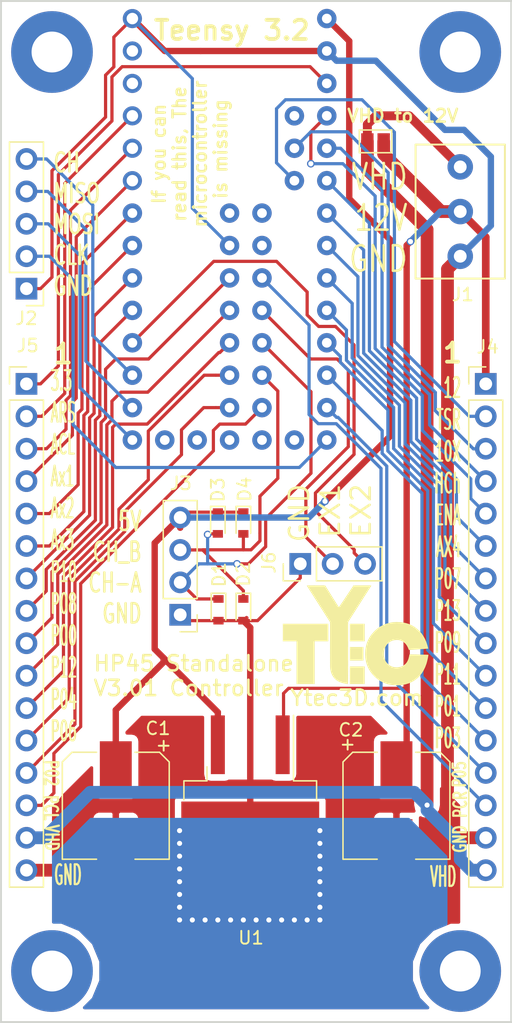
<source format=kicad_pcb>
(kicad_pcb (version 4) (host pcbnew 4.0.6)

  (general
    (links 68)
    (no_connects 0)
    (area 79.924999 19.924999 120.075001 100.075001)
    (thickness 1.6)
    (drawings 25)
    (tracks 459)
    (zones 0)
    (modules 20)
    (nets 51)
  )

  (page A4)
  (layers
    (0 F.Cu signal)
    (31 B.Cu signal)
    (32 B.Adhes user)
    (33 F.Adhes user)
    (34 B.Paste user)
    (35 F.Paste user)
    (36 B.SilkS user)
    (37 F.SilkS user)
    (38 B.Mask user)
    (39 F.Mask user)
    (40 Dwgs.User user)
    (41 Cmts.User user)
    (42 Eco1.User user)
    (43 Eco2.User user)
    (44 Edge.Cuts user)
    (45 Margin user)
    (46 B.CrtYd user)
    (47 F.CrtYd user)
    (48 B.Fab user hide)
    (49 F.Fab user hide)
  )

  (setup
    (last_trace_width 0.25)
    (trace_clearance 0.2)
    (zone_clearance 0.508)
    (zone_45_only no)
    (trace_min 0.2)
    (segment_width 0.2)
    (edge_width 0.15)
    (via_size 0.6)
    (via_drill 0.4)
    (via_min_size 0.4)
    (via_min_drill 0.3)
    (uvia_size 0.3)
    (uvia_drill 0.1)
    (uvias_allowed no)
    (uvia_min_size 0.2)
    (uvia_min_drill 0.1)
    (pcb_text_width 0.3)
    (pcb_text_size 1.5 1.5)
    (mod_edge_width 0.15)
    (mod_text_size 1 1)
    (mod_text_width 0.15)
    (pad_size 1.524 1.524)
    (pad_drill 0.762)
    (pad_to_mask_clearance 0.2)
    (aux_axis_origin 80 20)
    (grid_origin 80 20)
    (visible_elements 7FFFFFFF)
    (pcbplotparams
      (layerselection 0x010f0_80000001)
      (usegerberextensions false)
      (excludeedgelayer true)
      (linewidth 0.100000)
      (plotframeref false)
      (viasonmask false)
      (mode 1)
      (useauxorigin false)
      (hpglpennumber 1)
      (hpglpenspeed 20)
      (hpglpendiameter 15)
      (hpglpenoverlay 2)
      (psnegative false)
      (psa4output false)
      (plotreference true)
      (plotvalue true)
      (plotinvisibletext false)
      (padsonsilk false)
      (subtractmaskfromsilk false)
      (outputformat 1)
      (mirror false)
      (drillshape 0)
      (scaleselection 1)
      (outputdirectory "Gerber files/"))
  )

  (net 0 "")
  (net 1 +5V)
  (net 2 GND)
  (net 3 +12V)
  (net 4 /CH_A)
  (net 5 /CH_B)
  (net 6 VHEAD)
  (net 7 /MOSI)
  (net 8 /MISO)
  (net 9 /SCLK)
  (net 10 /CS)
  (net 11 /TSR)
  (net 12 /10X)
  (net 13 /NCHECK)
  (net 14 /HENA)
  (net 15 /P07)
  (net 16 /P13)
  (net 17 /P09)
  (net 18 /P11)
  (net 19 /P01)
  (net 20 /P03)
  (net 21 /P05)
  (net 22 /PCLR)
  (net 23 +3V3)
  (net 24 /P10)
  (net 25 /P08)
  (net 26 /P00)
  (net 27 /P12)
  (net 28 /P04)
  (net 29 /P06)
  (net 30 /P02)
  (net 31 /PCLK)
  (net 32 "Net-(uC1-Pad2)")
  (net 33 "Net-(uC1-Pad3)")
  (net 34 "Net-(uC1-Pad8)")
  (net 35 "Net-(uC1-Pad22)")
  (net 36 "Net-(uC1-Pad23)")
  (net 37 "Net-(uC1-Pad24)")
  (net 38 "Net-(uC1-Pad25)")
  (net 39 "Net-(uC1-Pad26)")
  (net 40 "Net-(uC1-Pad38)")
  (net 41 "Net-(uC1-Pad40)")
  (net 42 "Net-(uC1-Pad46)")
  (net 43 /Aux1)
  (net 44 /Aux2)
  (net 45 /Aux3)
  (net 46 /Aux4)
  (net 47 /Ext2)
  (net 48 /Ext1)
  (net 49 /ARST)
  (net 50 /ACLK)

  (net_class Default "This is the default net class."
    (clearance 0.2)
    (trace_width 0.25)
    (via_dia 0.6)
    (via_drill 0.4)
    (uvia_dia 0.3)
    (uvia_drill 0.1)
    (add_net +12V)
    (add_net +3V3)
    (add_net +5V)
    (add_net /10X)
    (add_net /ACLK)
    (add_net /ARST)
    (add_net /Aux1)
    (add_net /Aux2)
    (add_net /Aux3)
    (add_net /Aux4)
    (add_net /CH_A)
    (add_net /CH_B)
    (add_net /CS)
    (add_net /Ext1)
    (add_net /Ext2)
    (add_net /HENA)
    (add_net /MISO)
    (add_net /MOSI)
    (add_net /NCHECK)
    (add_net /P00)
    (add_net /P01)
    (add_net /P02)
    (add_net /P03)
    (add_net /P04)
    (add_net /P05)
    (add_net /P06)
    (add_net /P07)
    (add_net /P08)
    (add_net /P09)
    (add_net /P10)
    (add_net /P11)
    (add_net /P12)
    (add_net /P13)
    (add_net /PCLK)
    (add_net /PCLR)
    (add_net /SCLK)
    (add_net /TSR)
    (add_net GND)
    (add_net "Net-(uC1-Pad2)")
    (add_net "Net-(uC1-Pad22)")
    (add_net "Net-(uC1-Pad23)")
    (add_net "Net-(uC1-Pad24)")
    (add_net "Net-(uC1-Pad25)")
    (add_net "Net-(uC1-Pad26)")
    (add_net "Net-(uC1-Pad3)")
    (add_net "Net-(uC1-Pad38)")
    (add_net "Net-(uC1-Pad40)")
    (add_net "Net-(uC1-Pad46)")
    (add_net "Net-(uC1-Pad8)")
    (add_net VHEAD)
  )

  (module Mounting_Holes:MountingHole_3.2mm_M3_Pad (layer F.Cu) (tedit 5AB6167E) (tstamp 5AB617BC)
    (at 116 96)
    (descr "Mounting Hole 3.2mm, M3")
    (tags "mounting hole 3.2mm m3")
    (attr virtual)
    (fp_text reference REF** (at 0 -4.2) (layer F.SilkS) hide
      (effects (font (size 1 1) (thickness 0.15)))
    )
    (fp_text value MountingHole_3.2mm_M3_Pad (at 0 4.2) (layer F.Fab)
      (effects (font (size 1 1) (thickness 0.15)))
    )
    (fp_text user %R (at 0.3 0) (layer F.Fab)
      (effects (font (size 1 1) (thickness 0.15)))
    )
    (fp_circle (center 0 0) (end 3.2 0) (layer Cmts.User) (width 0.15))
    (fp_circle (center 0 0) (end 3.45 0) (layer F.CrtYd) (width 0.05))
    (pad 1 thru_hole circle (at 0 0) (size 6.4 6.4) (drill 3.2) (layers *.Cu *.Mask))
  )

  (module Mounting_Holes:MountingHole_3.2mm_M3_Pad (layer F.Cu) (tedit 5AB6167E) (tstamp 5AB617B8)
    (at 84 96)
    (descr "Mounting Hole 3.2mm, M3")
    (tags "mounting hole 3.2mm m3")
    (attr virtual)
    (fp_text reference REF** (at 0 -4.2) (layer F.SilkS) hide
      (effects (font (size 1 1) (thickness 0.15)))
    )
    (fp_text value MountingHole_3.2mm_M3_Pad (at 0 4.2) (layer F.Fab)
      (effects (font (size 1 1) (thickness 0.15)))
    )
    (fp_text user %R (at 0.3 0) (layer F.Fab)
      (effects (font (size 1 1) (thickness 0.15)))
    )
    (fp_circle (center 0 0) (end 3.2 0) (layer Cmts.User) (width 0.15))
    (fp_circle (center 0 0) (end 3.45 0) (layer F.CrtYd) (width 0.05))
    (pad 1 thru_hole circle (at 0 0) (size 6.4 6.4) (drill 3.2) (layers *.Cu *.Mask))
  )

  (module Mounting_Holes:MountingHole_3.2mm_M3_Pad (layer F.Cu) (tedit 5AB6167E) (tstamp 5AB617B4)
    (at 116 24)
    (descr "Mounting Hole 3.2mm, M3")
    (tags "mounting hole 3.2mm m3")
    (attr virtual)
    (fp_text reference REF** (at 0 -4.2) (layer F.SilkS) hide
      (effects (font (size 1 1) (thickness 0.15)))
    )
    (fp_text value MountingHole_3.2mm_M3_Pad (at 0 4.2) (layer F.Fab)
      (effects (font (size 1 1) (thickness 0.15)))
    )
    (fp_text user %R (at 0.3 0) (layer F.Fab)
      (effects (font (size 1 1) (thickness 0.15)))
    )
    (fp_circle (center 0 0) (end 3.2 0) (layer Cmts.User) (width 0.15))
    (fp_circle (center 0 0) (end 3.45 0) (layer F.CrtYd) (width 0.05))
    (pad 1 thru_hole circle (at 0 0) (size 6.4 6.4) (drill 3.2) (layers *.Cu *.Mask))
  )

  (module Capacitors_SMD:CP_Elec_8x10 (layer F.Cu) (tedit 58AA9153) (tstamp 5AB61710)
    (at 89 83.05 270)
    (descr "SMT capacitor, aluminium electrolytic, 8x10")
    (path /5AB60D2A)
    (attr smd)
    (fp_text reference C1 (at -6.06 -3.31 360) (layer F.SilkS)
      (effects (font (size 1 1) (thickness 0.15)))
    )
    (fp_text value 100uF (at 0 -5.45 270) (layer F.Fab)
      (effects (font (size 1 1) (thickness 0.15)))
    )
    (fp_circle (center 0 0) (end -0.6 3.9) (layer F.Fab) (width 0.1))
    (fp_text user + (at -2.31 -0.08 270) (layer F.Fab)
      (effects (font (size 1 1) (thickness 0.15)))
    )
    (fp_text user + (at -4.7 -3.68 270) (layer F.SilkS)
      (effects (font (size 1 1) (thickness 0.15)))
    )
    (fp_text user %R (at 0 5.45 270) (layer F.Fab)
      (effects (font (size 1 1) (thickness 0.15)))
    )
    (fp_line (start 4.04 4.04) (end 4.04 -4.04) (layer F.Fab) (width 0.1))
    (fp_line (start -3.37 4.04) (end 4.04 4.04) (layer F.Fab) (width 0.1))
    (fp_line (start -4.04 3.37) (end -3.37 4.04) (layer F.Fab) (width 0.1))
    (fp_line (start -4.04 -3.37) (end -4.04 3.37) (layer F.Fab) (width 0.1))
    (fp_line (start -3.37 -4.04) (end -4.04 -3.37) (layer F.Fab) (width 0.1))
    (fp_line (start 4.04 -4.04) (end -3.37 -4.04) (layer F.Fab) (width 0.1))
    (fp_line (start 4.19 4.19) (end 4.19 1.51) (layer F.SilkS) (width 0.12))
    (fp_line (start 4.19 -4.19) (end 4.19 -1.51) (layer F.SilkS) (width 0.12))
    (fp_line (start -4.19 -3.43) (end -4.19 -1.51) (layer F.SilkS) (width 0.12))
    (fp_line (start -4.19 3.43) (end -4.19 1.51) (layer F.SilkS) (width 0.12))
    (fp_line (start 4.19 4.19) (end -3.43 4.19) (layer F.SilkS) (width 0.12))
    (fp_line (start -3.43 4.19) (end -4.19 3.43) (layer F.SilkS) (width 0.12))
    (fp_line (start -4.19 -3.43) (end -3.43 -4.19) (layer F.SilkS) (width 0.12))
    (fp_line (start -3.43 -4.19) (end 4.19 -4.19) (layer F.SilkS) (width 0.12))
    (fp_line (start -5.3 -4.29) (end 5.3 -4.29) (layer F.CrtYd) (width 0.05))
    (fp_line (start -5.3 -4.29) (end -5.3 4.29) (layer F.CrtYd) (width 0.05))
    (fp_line (start 5.3 4.29) (end 5.3 -4.29) (layer F.CrtYd) (width 0.05))
    (fp_line (start 5.3 4.29) (end -5.3 4.29) (layer F.CrtYd) (width 0.05))
    (pad 1 smd rect (at -3.05 0 90) (size 4 2.5) (layers F.Cu F.Paste F.Mask)
      (net 1 +5V))
    (pad 2 smd rect (at 3.05 0 90) (size 4 2.5) (layers F.Cu F.Paste F.Mask)
      (net 2 GND))
    (model Capacitors_SMD.3dshapes/CP_Elec_8x10.wrl
      (at (xyz 0 0 0))
      (scale (xyz 1 1 1))
      (rotate (xyz 0 0 180))
    )
  )

  (module Capacitors_SMD:CP_Elec_8x10 (layer F.Cu) (tedit 58AA9153) (tstamp 5AB61716)
    (at 111 83.05 270)
    (descr "SMT capacitor, aluminium electrolytic, 8x10")
    (path /5AB60C4F)
    (attr smd)
    (fp_text reference C2 (at -5.94 3.57 360) (layer F.SilkS)
      (effects (font (size 1 1) (thickness 0.15)))
    )
    (fp_text value 100uF (at 0 -5.45 270) (layer F.Fab)
      (effects (font (size 1 1) (thickness 0.15)))
    )
    (fp_circle (center 0 0) (end -0.6 3.9) (layer F.Fab) (width 0.1))
    (fp_text user + (at -2.31 -0.08 270) (layer F.Fab)
      (effects (font (size 1 1) (thickness 0.15)))
    )
    (fp_text user + (at -4.78 3.9 270) (layer F.SilkS)
      (effects (font (size 1 1) (thickness 0.15)))
    )
    (fp_text user %R (at 0 5.45 270) (layer F.Fab)
      (effects (font (size 1 1) (thickness 0.15)))
    )
    (fp_line (start 4.04 4.04) (end 4.04 -4.04) (layer F.Fab) (width 0.1))
    (fp_line (start -3.37 4.04) (end 4.04 4.04) (layer F.Fab) (width 0.1))
    (fp_line (start -4.04 3.37) (end -3.37 4.04) (layer F.Fab) (width 0.1))
    (fp_line (start -4.04 -3.37) (end -4.04 3.37) (layer F.Fab) (width 0.1))
    (fp_line (start -3.37 -4.04) (end -4.04 -3.37) (layer F.Fab) (width 0.1))
    (fp_line (start 4.04 -4.04) (end -3.37 -4.04) (layer F.Fab) (width 0.1))
    (fp_line (start 4.19 4.19) (end 4.19 1.51) (layer F.SilkS) (width 0.12))
    (fp_line (start 4.19 -4.19) (end 4.19 -1.51) (layer F.SilkS) (width 0.12))
    (fp_line (start -4.19 -3.43) (end -4.19 -1.51) (layer F.SilkS) (width 0.12))
    (fp_line (start -4.19 3.43) (end -4.19 1.51) (layer F.SilkS) (width 0.12))
    (fp_line (start 4.19 4.19) (end -3.43 4.19) (layer F.SilkS) (width 0.12))
    (fp_line (start -3.43 4.19) (end -4.19 3.43) (layer F.SilkS) (width 0.12))
    (fp_line (start -4.19 -3.43) (end -3.43 -4.19) (layer F.SilkS) (width 0.12))
    (fp_line (start -3.43 -4.19) (end 4.19 -4.19) (layer F.SilkS) (width 0.12))
    (fp_line (start -5.3 -4.29) (end 5.3 -4.29) (layer F.CrtYd) (width 0.05))
    (fp_line (start -5.3 -4.29) (end -5.3 4.29) (layer F.CrtYd) (width 0.05))
    (fp_line (start 5.3 4.29) (end 5.3 -4.29) (layer F.CrtYd) (width 0.05))
    (fp_line (start 5.3 4.29) (end -5.3 4.29) (layer F.CrtYd) (width 0.05))
    (pad 1 smd rect (at -3.05 0 90) (size 4 2.5) (layers F.Cu F.Paste F.Mask)
      (net 3 +12V))
    (pad 2 smd rect (at 3.05 0 90) (size 4 2.5) (layers F.Cu F.Paste F.Mask)
      (net 2 GND))
    (model Capacitors_SMD.3dshapes/CP_Elec_8x10.wrl
      (at (xyz 0 0 0))
      (scale (xyz 1 1 1))
      (rotate (xyz 0 0 180))
    )
  )

  (module Diodes_SMD:D_0603 (layer F.Cu) (tedit 590CE922) (tstamp 5AB6171C)
    (at 97.05 67.7 270)
    (descr "Diode SMD in 0603 package http://datasheets.avx.com/schottky.pdf")
    (tags "smd diode")
    (path /5AB63148)
    (attr smd)
    (fp_text reference D1 (at -2.75 -0.05 270) (layer F.SilkS)
      (effects (font (size 1 1) (thickness 0.15)))
    )
    (fp_text value D (at 0 1.4 270) (layer F.Fab)
      (effects (font (size 1 1) (thickness 0.15)))
    )
    (fp_text user %R (at 0 -1.4 270) (layer F.Fab)
      (effects (font (size 1 1) (thickness 0.15)))
    )
    (fp_line (start -1.3 -0.57) (end -1.3 0.57) (layer F.SilkS) (width 0.12))
    (fp_line (start 1.4 0.67) (end 1.4 -0.67) (layer F.CrtYd) (width 0.05))
    (fp_line (start -1.4 0.67) (end 1.4 0.67) (layer F.CrtYd) (width 0.05))
    (fp_line (start -1.4 -0.67) (end -1.4 0.67) (layer F.CrtYd) (width 0.05))
    (fp_line (start 1.4 -0.67) (end -1.4 -0.67) (layer F.CrtYd) (width 0.05))
    (fp_line (start 0.2 0) (end 0.4 0) (layer F.Fab) (width 0.1))
    (fp_line (start -0.1 0) (end -0.3 0) (layer F.Fab) (width 0.1))
    (fp_line (start -0.1 -0.2) (end -0.1 0.2) (layer F.Fab) (width 0.1))
    (fp_line (start 0.2 0.2) (end 0.2 -0.2) (layer F.Fab) (width 0.1))
    (fp_line (start -0.1 0) (end 0.2 0.2) (layer F.Fab) (width 0.1))
    (fp_line (start 0.2 -0.2) (end -0.1 0) (layer F.Fab) (width 0.1))
    (fp_line (start -0.8 0.45) (end -0.8 -0.45) (layer F.Fab) (width 0.1))
    (fp_line (start 0.8 0.45) (end -0.8 0.45) (layer F.Fab) (width 0.1))
    (fp_line (start 0.8 -0.45) (end 0.8 0.45) (layer F.Fab) (width 0.1))
    (fp_line (start -0.8 -0.45) (end 0.8 -0.45) (layer F.Fab) (width 0.1))
    (fp_line (start -1.3 0.57) (end 0.8 0.57) (layer F.SilkS) (width 0.12))
    (fp_line (start -1.3 -0.57) (end 0.8 -0.57) (layer F.SilkS) (width 0.12))
    (pad 1 smd rect (at -0.85 0 270) (size 0.6 0.8) (layers F.Cu F.Paste F.Mask)
      (net 4 /CH_A))
    (pad 2 smd rect (at 0.85 0 270) (size 0.6 0.8) (layers F.Cu F.Paste F.Mask)
      (net 2 GND))
    (model ${KISYS3DMOD}/Diodes_SMD.3dshapes/D_0603.wrl
      (at (xyz 0 0 0))
      (scale (xyz 1 1 1))
      (rotate (xyz 0 0 0))
    )
  )

  (module Diodes_SMD:D_0603 (layer F.Cu) (tedit 590CE922) (tstamp 5AB61722)
    (at 99 67.7 270)
    (descr "Diode SMD in 0603 package http://datasheets.avx.com/schottky.pdf")
    (tags "smd diode")
    (path /5AB63004)
    (attr smd)
    (fp_text reference D2 (at -2.8 0 270) (layer F.SilkS)
      (effects (font (size 1 1) (thickness 0.15)))
    )
    (fp_text value D (at 0 1.4 270) (layer F.Fab)
      (effects (font (size 1 1) (thickness 0.15)))
    )
    (fp_text user %R (at 0 -1.4 270) (layer F.Fab)
      (effects (font (size 1 1) (thickness 0.15)))
    )
    (fp_line (start -1.3 -0.57) (end -1.3 0.57) (layer F.SilkS) (width 0.12))
    (fp_line (start 1.4 0.67) (end 1.4 -0.67) (layer F.CrtYd) (width 0.05))
    (fp_line (start -1.4 0.67) (end 1.4 0.67) (layer F.CrtYd) (width 0.05))
    (fp_line (start -1.4 -0.67) (end -1.4 0.67) (layer F.CrtYd) (width 0.05))
    (fp_line (start 1.4 -0.67) (end -1.4 -0.67) (layer F.CrtYd) (width 0.05))
    (fp_line (start 0.2 0) (end 0.4 0) (layer F.Fab) (width 0.1))
    (fp_line (start -0.1 0) (end -0.3 0) (layer F.Fab) (width 0.1))
    (fp_line (start -0.1 -0.2) (end -0.1 0.2) (layer F.Fab) (width 0.1))
    (fp_line (start 0.2 0.2) (end 0.2 -0.2) (layer F.Fab) (width 0.1))
    (fp_line (start -0.1 0) (end 0.2 0.2) (layer F.Fab) (width 0.1))
    (fp_line (start 0.2 -0.2) (end -0.1 0) (layer F.Fab) (width 0.1))
    (fp_line (start -0.8 0.45) (end -0.8 -0.45) (layer F.Fab) (width 0.1))
    (fp_line (start 0.8 0.45) (end -0.8 0.45) (layer F.Fab) (width 0.1))
    (fp_line (start 0.8 -0.45) (end 0.8 0.45) (layer F.Fab) (width 0.1))
    (fp_line (start -0.8 -0.45) (end 0.8 -0.45) (layer F.Fab) (width 0.1))
    (fp_line (start -1.3 0.57) (end 0.8 0.57) (layer F.SilkS) (width 0.12))
    (fp_line (start -1.3 -0.57) (end 0.8 -0.57) (layer F.SilkS) (width 0.12))
    (pad 1 smd rect (at -0.85 0 270) (size 0.6 0.8) (layers F.Cu F.Paste F.Mask)
      (net 5 /CH_B))
    (pad 2 smd rect (at 0.85 0 270) (size 0.6 0.8) (layers F.Cu F.Paste F.Mask)
      (net 2 GND))
    (model ${KISYS3DMOD}/Diodes_SMD.3dshapes/D_0603.wrl
      (at (xyz 0 0 0))
      (scale (xyz 1 1 1))
      (rotate (xyz 0 0 0))
    )
  )

  (module Electronics:3.5mm_screw_terminal (layer F.Cu) (tedit 5AB615B4) (tstamp 5AB6172D)
    (at 116 36.5 90)
    (path /5AB610C3)
    (fp_text reference J1 (at -6.5 0.2 360) (layer F.SilkS)
      (effects (font (size 1 1) (thickness 0.15)))
    )
    (fp_text value Screw_Terminal_1x03 (at 0 -0.5 90) (layer F.Fab)
      (effects (font (size 1 1) (thickness 0.15)))
    )
    (fp_line (start 5.25 -3.5) (end -5.25 -3.5) (layer F.SilkS) (width 0.15))
    (fp_line (start 5.25 3.5) (end 5.25 -3.5) (layer F.SilkS) (width 0.15))
    (fp_line (start -5.25 3.5) (end 5.25 3.5) (layer F.SilkS) (width 0.15))
    (fp_line (start -5.25 -3.5) (end -5.25 3.5) (layer F.SilkS) (width 0.15))
    (pad 1 thru_hole circle (at -3.5 0 90) (size 2 2) (drill 1) (layers *.Cu *.Mask)
      (net 2 GND))
    (pad 2 thru_hole circle (at 0 0 90) (size 2 2) (drill 1) (layers *.Cu *.Mask)
      (net 3 +12V))
    (pad 3 thru_hole circle (at 3.5 0 90) (size 2 2) (drill 1) (layers *.Cu *.Mask)
      (net 6 VHEAD))
  )

  (module Socket_Strips:Socket_Strip_Straight_1x05_Pitch2.54mm (layer F.Cu) (tedit 58CD5446) (tstamp 5AB61736)
    (at 82 42.54 180)
    (descr "Through hole straight socket strip, 1x05, 2.54mm pitch, single row")
    (tags "Through hole socket strip THT 1x05 2.54mm single row")
    (path /5AB60E10)
    (fp_text reference J2 (at 0 -2.33 180) (layer F.SilkS)
      (effects (font (size 1 1) (thickness 0.15)))
    )
    (fp_text value CONN_01X05 (at 0 12.49 180) (layer F.Fab)
      (effects (font (size 1 1) (thickness 0.15)))
    )
    (fp_line (start -1.27 -1.27) (end -1.27 11.43) (layer F.Fab) (width 0.1))
    (fp_line (start -1.27 11.43) (end 1.27 11.43) (layer F.Fab) (width 0.1))
    (fp_line (start 1.27 11.43) (end 1.27 -1.27) (layer F.Fab) (width 0.1))
    (fp_line (start 1.27 -1.27) (end -1.27 -1.27) (layer F.Fab) (width 0.1))
    (fp_line (start -1.33 1.27) (end -1.33 11.49) (layer F.SilkS) (width 0.12))
    (fp_line (start -1.33 11.49) (end 1.33 11.49) (layer F.SilkS) (width 0.12))
    (fp_line (start 1.33 11.49) (end 1.33 1.27) (layer F.SilkS) (width 0.12))
    (fp_line (start 1.33 1.27) (end -1.33 1.27) (layer F.SilkS) (width 0.12))
    (fp_line (start -1.33 0) (end -1.33 -1.33) (layer F.SilkS) (width 0.12))
    (fp_line (start -1.33 -1.33) (end 0 -1.33) (layer F.SilkS) (width 0.12))
    (fp_line (start -1.8 -1.8) (end -1.8 11.95) (layer F.CrtYd) (width 0.05))
    (fp_line (start -1.8 11.95) (end 1.8 11.95) (layer F.CrtYd) (width 0.05))
    (fp_line (start 1.8 11.95) (end 1.8 -1.8) (layer F.CrtYd) (width 0.05))
    (fp_line (start 1.8 -1.8) (end -1.8 -1.8) (layer F.CrtYd) (width 0.05))
    (fp_text user %R (at 0 -2.33 180) (layer F.Fab)
      (effects (font (size 1 1) (thickness 0.15)))
    )
    (pad 1 thru_hole rect (at 0 0 180) (size 1.7 1.7) (drill 1) (layers *.Cu *.Mask)
      (net 2 GND))
    (pad 2 thru_hole oval (at 0 2.54 180) (size 1.7 1.7) (drill 1) (layers *.Cu *.Mask)
      (net 9 /SCLK))
    (pad 3 thru_hole oval (at 0 5.08 180) (size 1.7 1.7) (drill 1) (layers *.Cu *.Mask)
      (net 7 /MOSI))
    (pad 4 thru_hole oval (at 0 7.62 180) (size 1.7 1.7) (drill 1) (layers *.Cu *.Mask)
      (net 8 /MISO))
    (pad 5 thru_hole oval (at 0 10.16 180) (size 1.7 1.7) (drill 1) (layers *.Cu *.Mask)
      (net 10 /CS))
    (model ${KISYS3DMOD}/Socket_Strips.3dshapes/Socket_Strip_Straight_1x05_Pitch2.54mm.wrl
      (at (xyz 0 -0.2 0))
      (scale (xyz 1 1 1))
      (rotate (xyz 0 0 270))
    )
  )

  (module Socket_Strips:Socket_Strip_Straight_1x04_Pitch2.54mm (layer F.Cu) (tedit 58CD5446) (tstamp 5AB6173E)
    (at 94.05 68.09 180)
    (descr "Through hole straight socket strip, 1x04, 2.54mm pitch, single row")
    (tags "Through hole socket strip THT 1x04 2.54mm single row")
    (path /5AB61734)
    (fp_text reference J3 (at -0.05 10.29 180) (layer F.SilkS)
      (effects (font (size 1 1) (thickness 0.15)))
    )
    (fp_text value CONN_01X04 (at 0 9.95 180) (layer F.Fab)
      (effects (font (size 1 1) (thickness 0.15)))
    )
    (fp_line (start -1.27 -1.27) (end -1.27 8.89) (layer F.Fab) (width 0.1))
    (fp_line (start -1.27 8.89) (end 1.27 8.89) (layer F.Fab) (width 0.1))
    (fp_line (start 1.27 8.89) (end 1.27 -1.27) (layer F.Fab) (width 0.1))
    (fp_line (start 1.27 -1.27) (end -1.27 -1.27) (layer F.Fab) (width 0.1))
    (fp_line (start -1.33 1.27) (end -1.33 8.95) (layer F.SilkS) (width 0.12))
    (fp_line (start -1.33 8.95) (end 1.33 8.95) (layer F.SilkS) (width 0.12))
    (fp_line (start 1.33 8.95) (end 1.33 1.27) (layer F.SilkS) (width 0.12))
    (fp_line (start 1.33 1.27) (end -1.33 1.27) (layer F.SilkS) (width 0.12))
    (fp_line (start -1.33 0) (end -1.33 -1.33) (layer F.SilkS) (width 0.12))
    (fp_line (start -1.33 -1.33) (end 0 -1.33) (layer F.SilkS) (width 0.12))
    (fp_line (start -1.8 -1.8) (end -1.8 9.4) (layer F.CrtYd) (width 0.05))
    (fp_line (start -1.8 9.4) (end 1.8 9.4) (layer F.CrtYd) (width 0.05))
    (fp_line (start 1.8 9.4) (end 1.8 -1.8) (layer F.CrtYd) (width 0.05))
    (fp_line (start 1.8 -1.8) (end -1.8 -1.8) (layer F.CrtYd) (width 0.05))
    (fp_text user %R (at 0 -2.33 180) (layer F.Fab)
      (effects (font (size 1 1) (thickness 0.15)))
    )
    (pad 1 thru_hole rect (at 0 0 180) (size 1.7 1.7) (drill 1) (layers *.Cu *.Mask)
      (net 2 GND))
    (pad 2 thru_hole oval (at 0 2.54 180) (size 1.7 1.7) (drill 1) (layers *.Cu *.Mask)
      (net 4 /CH_A))
    (pad 3 thru_hole oval (at 0 5.08 180) (size 1.7 1.7) (drill 1) (layers *.Cu *.Mask)
      (net 5 /CH_B))
    (pad 4 thru_hole oval (at 0 7.62 180) (size 1.7 1.7) (drill 1) (layers *.Cu *.Mask)
      (net 1 +5V))
    (model ${KISYS3DMOD}/Socket_Strips.3dshapes/Socket_Strip_Straight_1x04_Pitch2.54mm.wrl
      (at (xyz 0 -0.15 0))
      (scale (xyz 1 1 1))
      (rotate (xyz 0 0 270))
    )
  )

  (module Socket_Strips:Socket_Strip_Straight_1x16_Pitch2.54mm (layer F.Cu) (tedit 5AB65579) (tstamp 5AB61752)
    (at 118 50)
    (descr "Through hole straight socket strip, 1x16, 2.54mm pitch, single row")
    (tags "Through hole socket strip THT 1x16 2.54mm single row")
    (path /5AB607FC)
    (fp_text reference J4 (at 0.15 -2.9) (layer F.SilkS)
      (effects (font (size 1 1) (thickness 0.15)))
    )
    (fp_text value CONN_01X16 (at 0 40.43) (layer F.Fab)
      (effects (font (size 1 1) (thickness 0.15)))
    )
    (fp_line (start -1.27 -1.27) (end -1.27 39.37) (layer F.Fab) (width 0.1))
    (fp_line (start -1.27 39.37) (end 1.27 39.37) (layer F.Fab) (width 0.1))
    (fp_line (start 1.27 39.37) (end 1.27 -1.27) (layer F.Fab) (width 0.1))
    (fp_line (start 1.27 -1.27) (end -1.27 -1.27) (layer F.Fab) (width 0.1))
    (fp_line (start -1.33 1.27) (end -1.33 39.43) (layer F.SilkS) (width 0.12))
    (fp_line (start -1.33 39.43) (end 1.33 39.43) (layer F.SilkS) (width 0.12))
    (fp_line (start 1.33 39.43) (end 1.33 1.27) (layer F.SilkS) (width 0.12))
    (fp_line (start 1.33 1.27) (end -1.33 1.27) (layer F.SilkS) (width 0.12))
    (fp_line (start -1.33 0) (end -1.33 -1.33) (layer F.SilkS) (width 0.12))
    (fp_line (start -1.33 -1.33) (end 0 -1.33) (layer F.SilkS) (width 0.12))
    (fp_line (start -1.8 -1.8) (end -1.8 39.9) (layer F.CrtYd) (width 0.05))
    (fp_line (start -1.8 39.9) (end 1.8 39.9) (layer F.CrtYd) (width 0.05))
    (fp_line (start 1.8 39.9) (end 1.8 -1.8) (layer F.CrtYd) (width 0.05))
    (fp_line (start 1.8 -1.8) (end -1.8 -1.8) (layer F.CrtYd) (width 0.05))
    (fp_text user %R (at 0 -2.33) (layer F.Fab)
      (effects (font (size 1 1) (thickness 0.15)))
    )
    (pad 1 thru_hole rect (at 0 0) (size 1.7 1.7) (drill 1) (layers *.Cu *.Mask)
      (net 3 +12V))
    (pad 2 thru_hole oval (at 0 2.54) (size 1.7 1.7) (drill 1) (layers *.Cu *.Mask)
      (net 11 /TSR))
    (pad 3 thru_hole oval (at 0 5.08) (size 1.7 1.7) (drill 1) (layers *.Cu *.Mask)
      (net 12 /10X))
    (pad 4 thru_hole oval (at 0 7.62) (size 1.7 1.7) (drill 1) (layers *.Cu *.Mask)
      (net 13 /NCHECK))
    (pad 5 thru_hole oval (at 0 10.16) (size 1.7 1.7) (drill 1) (layers *.Cu *.Mask)
      (net 14 /HENA))
    (pad 6 thru_hole oval (at 0 12.7) (size 1.7 1.7) (drill 1) (layers *.Cu *.Mask)
      (net 46 /Aux4))
    (pad 7 thru_hole oval (at 0 15.24) (size 1.7 1.7) (drill 1) (layers *.Cu *.Mask)
      (net 15 /P07))
    (pad 8 thru_hole oval (at 0 17.78) (size 1.7 1.7) (drill 1) (layers *.Cu *.Mask)
      (net 16 /P13))
    (pad 9 thru_hole oval (at 0 20.32) (size 1.7 1.7) (drill 1) (layers *.Cu *.Mask)
      (net 17 /P09))
    (pad 10 thru_hole oval (at 0 22.86) (size 1.7 1.7) (drill 1) (layers *.Cu *.Mask)
      (net 18 /P11))
    (pad 11 thru_hole oval (at 0 25.4) (size 1.7 1.7) (drill 1) (layers *.Cu *.Mask)
      (net 19 /P01))
    (pad 12 thru_hole oval (at 0 27.94) (size 1.7 1.7) (drill 1) (layers *.Cu *.Mask)
      (net 20 /P03))
    (pad 13 thru_hole oval (at 0 30.48) (size 1.7 1.7) (drill 1) (layers *.Cu *.Mask)
      (net 21 /P05))
    (pad 14 thru_hole oval (at 0 33.02) (size 1.7 1.7) (drill 1) (layers *.Cu *.Mask)
      (net 22 /PCLR))
    (pad 15 thru_hole oval (at 0 35.56) (size 1.7 1.7) (drill 1) (layers *.Cu *.Mask)
      (net 2 GND))
    (pad 16 thru_hole oval (at 0 38.1) (size 1.7 1.7) (drill 1) (layers *.Cu *.Mask)
      (net 6 VHEAD))
    (model ${KISYS3DMOD}/Socket_Strips.3dshapes/Socket_Strip_Straight_1x16_Pitch2.54mm.wrl
      (at (xyz 0 -0.75 -0.05))
      (scale (xyz 1 1 1))
      (rotate (xyz 0 180 270))
    )
  )

  (module Socket_Strips:Socket_Strip_Straight_1x16_Pitch2.54mm (layer F.Cu) (tedit 5AB6557C) (tstamp 5AB61766)
    (at 82 50)
    (descr "Through hole straight socket strip, 1x16, 2.54mm pitch, single row")
    (tags "Through hole socket strip THT 1x16 2.54mm single row")
    (path /5AB6090D)
    (fp_text reference J5 (at 0.1 -3) (layer F.SilkS)
      (effects (font (size 1 1) (thickness 0.15)))
    )
    (fp_text value CONN_01X16 (at 0 40.43) (layer F.Fab)
      (effects (font (size 1 1) (thickness 0.15)))
    )
    (fp_line (start -1.27 -1.27) (end -1.27 39.37) (layer F.Fab) (width 0.1))
    (fp_line (start -1.27 39.37) (end 1.27 39.37) (layer F.Fab) (width 0.1))
    (fp_line (start 1.27 39.37) (end 1.27 -1.27) (layer F.Fab) (width 0.1))
    (fp_line (start 1.27 -1.27) (end -1.27 -1.27) (layer F.Fab) (width 0.1))
    (fp_line (start -1.33 1.27) (end -1.33 39.43) (layer F.SilkS) (width 0.12))
    (fp_line (start -1.33 39.43) (end 1.33 39.43) (layer F.SilkS) (width 0.12))
    (fp_line (start 1.33 39.43) (end 1.33 1.27) (layer F.SilkS) (width 0.12))
    (fp_line (start 1.33 1.27) (end -1.33 1.27) (layer F.SilkS) (width 0.12))
    (fp_line (start -1.33 0) (end -1.33 -1.33) (layer F.SilkS) (width 0.12))
    (fp_line (start -1.33 -1.33) (end 0 -1.33) (layer F.SilkS) (width 0.12))
    (fp_line (start -1.8 -1.8) (end -1.8 39.9) (layer F.CrtYd) (width 0.05))
    (fp_line (start -1.8 39.9) (end 1.8 39.9) (layer F.CrtYd) (width 0.05))
    (fp_line (start 1.8 39.9) (end 1.8 -1.8) (layer F.CrtYd) (width 0.05))
    (fp_line (start 1.8 -1.8) (end -1.8 -1.8) (layer F.CrtYd) (width 0.05))
    (fp_text user %R (at 0 -2.33) (layer F.Fab)
      (effects (font (size 1 1) (thickness 0.15)))
    )
    (pad 1 thru_hole rect (at 0 0) (size 1.7 1.7) (drill 1) (layers *.Cu *.Mask)
      (net 23 +3V3))
    (pad 2 thru_hole oval (at 0 2.54) (size 1.7 1.7) (drill 1) (layers *.Cu *.Mask)
      (net 49 /ARST))
    (pad 3 thru_hole oval (at 0 5.08) (size 1.7 1.7) (drill 1) (layers *.Cu *.Mask)
      (net 50 /ACLK))
    (pad 4 thru_hole oval (at 0 7.62) (size 1.7 1.7) (drill 1) (layers *.Cu *.Mask)
      (net 43 /Aux1))
    (pad 5 thru_hole oval (at 0 10.16) (size 1.7 1.7) (drill 1) (layers *.Cu *.Mask)
      (net 44 /Aux2))
    (pad 6 thru_hole oval (at 0 12.7) (size 1.7 1.7) (drill 1) (layers *.Cu *.Mask)
      (net 45 /Aux3))
    (pad 7 thru_hole oval (at 0 15.24) (size 1.7 1.7) (drill 1) (layers *.Cu *.Mask)
      (net 24 /P10))
    (pad 8 thru_hole oval (at 0 17.78) (size 1.7 1.7) (drill 1) (layers *.Cu *.Mask)
      (net 25 /P08))
    (pad 9 thru_hole oval (at 0 20.32) (size 1.7 1.7) (drill 1) (layers *.Cu *.Mask)
      (net 26 /P00))
    (pad 10 thru_hole oval (at 0 22.86) (size 1.7 1.7) (drill 1) (layers *.Cu *.Mask)
      (net 27 /P12))
    (pad 11 thru_hole oval (at 0 25.4) (size 1.7 1.7) (drill 1) (layers *.Cu *.Mask)
      (net 28 /P04))
    (pad 12 thru_hole oval (at 0 27.94) (size 1.7 1.7) (drill 1) (layers *.Cu *.Mask)
      (net 29 /P06))
    (pad 13 thru_hole oval (at 0 30.48) (size 1.7 1.7) (drill 1) (layers *.Cu *.Mask)
      (net 30 /P02))
    (pad 14 thru_hole oval (at 0 33.02) (size 1.7 1.7) (drill 1) (layers *.Cu *.Mask)
      (net 31 /PCLK))
    (pad 15 thru_hole oval (at 0 35.56) (size 1.7 1.7) (drill 1) (layers *.Cu *.Mask)
      (net 6 VHEAD))
    (pad 16 thru_hole oval (at 0 38.1) (size 1.7 1.7) (drill 1) (layers *.Cu *.Mask)
      (net 2 GND))
    (model ${KISYS3DMOD}/Socket_Strips.3dshapes/Socket_Strip_Straight_1x16_Pitch2.54mm.wrl
      (at (xyz 0 -0.75 -0.05))
      (scale (xyz 1 1 1))
      (rotate (xyz 180 0 270))
    )
  )

  (module Connectors:GS2 (layer F.Cu) (tedit 5AB6358B) (tstamp 5AB6176C)
    (at 109.36 31 90)
    (descr "2-pin solder bridge")
    (tags "solder bridge")
    (path /5AB61584)
    (attr smd)
    (fp_text reference JP1 (at 1.78 0 180) (layer F.SilkS) hide
      (effects (font (size 1 1) (thickness 0.15)))
    )
    (fp_text value Jumper (at -1.8 0 180) (layer F.Fab)
      (effects (font (size 1 1) (thickness 0.15)))
    )
    (fp_line (start 1.1 -1.45) (end 1.1 1.5) (layer F.CrtYd) (width 0.05))
    (fp_line (start 1.1 1.5) (end -1.1 1.5) (layer F.CrtYd) (width 0.05))
    (fp_line (start -1.1 1.5) (end -1.1 -1.45) (layer F.CrtYd) (width 0.05))
    (fp_line (start -1.1 -1.45) (end 1.1 -1.45) (layer F.CrtYd) (width 0.05))
    (fp_line (start -0.89 -1.27) (end -0.89 1.27) (layer F.SilkS) (width 0.12))
    (fp_line (start 0.89 1.27) (end 0.89 -1.27) (layer F.SilkS) (width 0.12))
    (fp_line (start 0.89 1.27) (end -0.89 1.27) (layer F.SilkS) (width 0.12))
    (fp_line (start -0.89 -1.27) (end 0.89 -1.27) (layer F.SilkS) (width 0.12))
    (pad 1 smd rect (at 0 -0.64 90) (size 1.27 0.97) (layers F.Cu F.Paste F.Mask)
      (net 6 VHEAD))
    (pad 2 smd rect (at 0 0.64 90) (size 1.27 0.97) (layers F.Cu F.Paste F.Mask)
      (net 3 +12V))
  )

  (module TO_SOT_Packages_SMD:TO-263-2 (layer F.Cu) (tedit 590079C0) (tstamp 5AB61777)
    (at 99.54 84.05 270)
    (descr "TO-263 / D2PAK / DDPAK SMD package, http://www.infineon.com/cms/en/product/packages/PG-TO263/PG-TO263-3-1/")
    (tags "D2PAK DDPAK TO-263 D2PAK-3 TO-263-3 SOT-404")
    (path /5AB60B98)
    (attr smd)
    (fp_text reference U1 (at 9.35 -0.06 360) (layer F.SilkS)
      (effects (font (size 1 1) (thickness 0.15)))
    )
    (fp_text value 7805 (at 0 6.65 270) (layer F.Fab)
      (effects (font (size 1 1) (thickness 0.15)))
    )
    (fp_line (start 6.5 -5) (end 7.5 -5) (layer F.Fab) (width 0.1))
    (fp_line (start 7.5 -5) (end 7.5 5) (layer F.Fab) (width 0.1))
    (fp_line (start 7.5 5) (end 6.5 5) (layer F.Fab) (width 0.1))
    (fp_line (start 6.5 -5) (end 6.5 5) (layer F.Fab) (width 0.1))
    (fp_line (start 6.5 5) (end -2.75 5) (layer F.Fab) (width 0.1))
    (fp_line (start -2.75 5) (end -2.75 -4) (layer F.Fab) (width 0.1))
    (fp_line (start -2.75 -4) (end -1.75 -5) (layer F.Fab) (width 0.1))
    (fp_line (start -1.75 -5) (end 6.5 -5) (layer F.Fab) (width 0.1))
    (fp_line (start -2.75 -3.04) (end -7.45 -3.04) (layer F.Fab) (width 0.1))
    (fp_line (start -7.45 -3.04) (end -7.45 -2.04) (layer F.Fab) (width 0.1))
    (fp_line (start -7.45 -2.04) (end -2.75 -2.04) (layer F.Fab) (width 0.1))
    (fp_line (start -2.75 2.04) (end -7.45 2.04) (layer F.Fab) (width 0.1))
    (fp_line (start -7.45 2.04) (end -7.45 3.04) (layer F.Fab) (width 0.1))
    (fp_line (start -7.45 3.04) (end -2.75 3.04) (layer F.Fab) (width 0.1))
    (fp_line (start -1.45 -5.2) (end -2.95 -5.2) (layer F.SilkS) (width 0.12))
    (fp_line (start -2.95 -5.2) (end -2.95 -3.39) (layer F.SilkS) (width 0.12))
    (fp_line (start -2.95 -3.39) (end -8.075 -3.39) (layer F.SilkS) (width 0.12))
    (fp_line (start -1.45 5.2) (end -2.95 5.2) (layer F.SilkS) (width 0.12))
    (fp_line (start -2.95 5.2) (end -2.95 3.39) (layer F.SilkS) (width 0.12))
    (fp_line (start -2.95 3.39) (end -4.05 3.39) (layer F.SilkS) (width 0.12))
    (fp_line (start -8.32 -5.65) (end -8.32 5.65) (layer F.CrtYd) (width 0.05))
    (fp_line (start -8.32 5.65) (end 8.32 5.65) (layer F.CrtYd) (width 0.05))
    (fp_line (start 8.32 5.65) (end 8.32 -5.65) (layer F.CrtYd) (width 0.05))
    (fp_line (start 8.32 -5.65) (end -8.32 -5.65) (layer F.CrtYd) (width 0.05))
    (fp_text user %R (at 0 0 270) (layer F.Fab)
      (effects (font (size 1 1) (thickness 0.15)))
    )
    (pad 1 smd rect (at -5.775 -2.54 270) (size 4.6 1.1) (layers F.Cu F.Paste F.Mask)
      (net 3 +12V))
    (pad 3 smd rect (at -5.775 2.54 270) (size 4.6 1.1) (layers F.Cu F.Paste F.Mask)
      (net 1 +5V))
    (pad 2 smd rect (at 3.375 0 270) (size 9.4 10.8) (layers F.Cu F.Mask)
      (net 2 GND))
    (pad 2 smd rect (at 5.8 2.775 270) (size 4.55 5.25) (layers F.Cu F.Paste)
      (net 2 GND))
    (pad 2 smd rect (at 0.95 -2.775 270) (size 4.55 5.25) (layers F.Cu F.Paste)
      (net 2 GND))
    (pad 2 smd rect (at 5.8 -2.775 270) (size 4.55 5.25) (layers F.Cu F.Paste)
      (net 2 GND))
    (pad 2 smd rect (at 0.95 2.775 270) (size 4.55 5.25) (layers F.Cu F.Paste)
      (net 2 GND))
    (model ${KISYS3DMOD}/TO_SOT_Packages_SMD.3dshapes/TO-263-2.wrl
      (at (xyz 0 0 0))
      (scale (xyz 1 1 1))
      (rotate (xyz 0 0 0))
    )
  )

  (module Electronics:Teensy_3.2_custom (layer F.Cu) (tedit 5AB63580) (tstamp 5AB617AD)
    (at 97.92 21.38)
    (path /5AB60741)
    (fp_text reference uC1 (at 0 -3.5) (layer F.SilkS) hide
      (effects (font (size 1 1) (thickness 0.15)))
    )
    (fp_text value Teensy_3.2_custom (at 9 -2) (layer F.Fab)
      (effects (font (size 1 1) (thickness 0.15)))
    )
    (pad 1 thru_hole circle (at -7.62 0) (size 1.5 1.5) (drill 0.9) (layers *.Cu *.Mask)
      (net 2 GND))
    (pad 2 thru_hole circle (at -7.62 2.54) (size 1.5 1.5) (drill 0.9) (layers *.Cu *.Mask)
      (net 32 "Net-(uC1-Pad2)"))
    (pad 3 thru_hole circle (at -7.62 5.08) (size 1.5 1.5) (drill 0.9) (layers *.Cu *.Mask)
      (net 33 "Net-(uC1-Pad3)"))
    (pad 4 thru_hole circle (at -7.62 7.62) (size 1.5 1.5) (drill 0.9) (layers *.Cu *.Mask)
      (net 49 /ARST))
    (pad 5 thru_hole circle (at -7.62 10.16) (size 1.5 1.5) (drill 0.9) (layers *.Cu *.Mask)
      (net 50 /ACLK))
    (pad 6 thru_hole circle (at -7.62 12.7) (size 1.5 1.5) (drill 0.9) (layers *.Cu *.Mask)
      (net 43 /Aux1))
    (pad 7 thru_hole circle (at -7.62 15.24) (size 1.524 1.524) (drill 0.762) (layers *.Cu *.Mask)
      (net 44 /Aux2))
    (pad 8 thru_hole circle (at 0 15.24) (size 1.524 1.524) (drill 0.762) (layers *.Cu *.Mask)
      (net 34 "Net-(uC1-Pad8)"))
    (pad 9 thru_hole circle (at -7.62 17.78) (size 1.524 1.524) (drill 0.762) (layers *.Cu *.Mask)
      (net 45 /Aux3))
    (pad 10 thru_hole circle (at 0 17.78) (size 1.524 1.524) (drill 0.762) (layers *.Cu *.Mask)
      (net 2 GND))
    (pad 11 thru_hole circle (at -7.62 20.32) (size 1.524 1.524) (drill 0.762) (layers *.Cu *.Mask)
      (net 24 /P10))
    (pad 12 thru_hole circle (at 0 20.32) (size 1.524 1.524) (drill 0.762) (layers *.Cu *.Mask)
      (net 26 /P00))
    (pad 13 thru_hole circle (at -7.62 22.86) (size 1.524 1.524) (drill 0.762) (layers *.Cu *.Mask)
      (net 25 /P08))
    (pad 14 thru_hole circle (at 0 22.86) (size 1.524 1.524) (drill 0.762) (layers *.Cu *.Mask)
      (net 27 /P12))
    (pad 15 thru_hole circle (at -7.62 25.4) (size 1.524 1.524) (drill 0.762) (layers *.Cu *.Mask)
      (net 47 /Ext2))
    (pad 16 thru_hole circle (at 0 25.4) (size 1.524 1.524) (drill 0.762) (layers *.Cu *.Mask)
      (net 28 /P04))
    (pad 17 thru_hole circle (at -7.62 27.94) (size 1.524 1.524) (drill 0.762) (layers *.Cu *.Mask)
      (net 10 /CS))
    (pad 18 thru_hole circle (at 0 27.94) (size 1.524 1.524) (drill 0.762) (layers *.Cu *.Mask)
      (net 29 /P06))
    (pad 19 thru_hole circle (at -7.62 30.48) (size 1.524 1.524) (drill 0.762) (layers *.Cu *.Mask)
      (net 8 /MISO))
    (pad 20 thru_hole circle (at 0 30.48) (size 1.524 1.524) (drill 0.762) (layers *.Cu *.Mask)
      (net 30 /P02))
    (pad 21 thru_hole circle (at -7.62 33.02) (size 1.524 1.524) (drill 0.762) (layers *.Cu *.Mask)
      (net 7 /MOSI))
    (pad 22 thru_hole circle (at -5.08 33.02) (size 1.524 1.524) (drill 0.762) (layers *.Cu *.Mask)
      (net 35 "Net-(uC1-Pad22)"))
    (pad 23 thru_hole circle (at -2.54 33.02) (size 1.524 1.524) (drill 0.762) (layers *.Cu *.Mask)
      (net 36 "Net-(uC1-Pad23)"))
    (pad 24 thru_hole circle (at 0 33.02) (size 1.524 1.524) (drill 0.762) (layers *.Cu *.Mask)
      (net 37 "Net-(uC1-Pad24)"))
    (pad 25 thru_hole circle (at 2.54 33.02) (size 1.524 1.524) (drill 0.762) (layers *.Cu *.Mask)
      (net 38 "Net-(uC1-Pad25)"))
    (pad 26 thru_hole circle (at 5.08 33.02) (size 1.524 1.524) (drill 0.762) (layers *.Cu *.Mask)
      (net 39 "Net-(uC1-Pad26)"))
    (pad 27 thru_hole circle (at 7.62 33.02) (size 1.524 1.524) (drill 0.762) (layers *.Cu *.Mask)
      (net 9 /SCLK))
    (pad 28 thru_hole circle (at 2.54 30.48) (size 1.524 1.524) (drill 0.762) (layers *.Cu *.Mask)
      (net 31 /PCLK))
    (pad 29 thru_hole circle (at 7.62 30.48) (size 1.524 1.524) (drill 0.762) (layers *.Cu *.Mask)
      (net 21 /P05))
    (pad 30 thru_hole circle (at 2.54 27.94) (size 1.524 1.524) (drill 0.762) (layers *.Cu *.Mask)
      (net 5 /CH_B))
    (pad 31 thru_hole circle (at 7.62 27.94) (size 1.524 1.524) (drill 0.762) (layers *.Cu *.Mask)
      (net 20 /P03))
    (pad 32 thru_hole circle (at 2.54 25.4) (size 1.524 1.524) (drill 0.762) (layers *.Cu *.Mask)
      (net 4 /CH_A))
    (pad 33 thru_hole circle (at 7.62 25.4) (size 1.524 1.524) (drill 0.762) (layers *.Cu *.Mask)
      (net 19 /P01))
    (pad 34 thru_hole circle (at 2.54 22.86) (size 1.524 1.524) (drill 0.762) (layers *.Cu *.Mask)
      (net 48 /Ext1))
    (pad 35 thru_hole circle (at 7.62 22.86) (size 1.524 1.524) (drill 0.762) (layers *.Cu *.Mask)
      (net 18 /P11))
    (pad 36 thru_hole circle (at 2.54 20.32) (size 1.524 1.524) (drill 0.762) (layers *.Cu *.Mask)
      (net 22 /PCLR))
    (pad 37 thru_hole circle (at 7.62 20.32) (size 1.524 1.524) (drill 0.762) (layers *.Cu *.Mask)
      (net 17 /P09))
    (pad 38 thru_hole circle (at 2.54 17.78) (size 1.524 1.524) (drill 0.762) (layers *.Cu *.Mask)
      (net 40 "Net-(uC1-Pad38)"))
    (pad 39 thru_hole circle (at 7.62 17.78) (size 1.524 1.524) (drill 0.762) (layers *.Cu *.Mask)
      (net 16 /P13))
    (pad 40 thru_hole circle (at 2.54 15.24) (size 1.524 1.524) (drill 0.762) (layers *.Cu *.Mask)
      (net 41 "Net-(uC1-Pad40)"))
    (pad 41 thru_hole circle (at 7.62 15.24) (size 1.524 1.524) (drill 0.762) (layers *.Cu *.Mask)
      (net 15 /P07))
    (pad 42 thru_hole circle (at 5.08 12.7) (size 1.524 1.524) (drill 0.762) (layers *.Cu *.Mask)
      (net 11 /TSR))
    (pad 43 thru_hole circle (at 7.62 12.7) (size 1.524 1.524) (drill 0.762) (layers *.Cu *.Mask)
      (net 46 /Aux4))
    (pad 44 thru_hole circle (at 5.08 10.16) (size 1.524 1.524) (drill 0.762) (layers *.Cu *.Mask)
      (net 12 /10X))
    (pad 45 thru_hole circle (at 7.62 10.16) (size 1.524 1.524) (drill 0.762) (layers *.Cu *.Mask)
      (net 13 /NCHECK))
    (pad 46 thru_hole circle (at 5.08 7.62) (size 1.524 1.524) (drill 0.762) (layers *.Cu *.Mask)
      (net 42 "Net-(uC1-Pad46)"))
    (pad 47 thru_hole circle (at 7.62 7.62) (size 1.524 1.524) (drill 0.762) (layers *.Cu *.Mask)
      (net 14 /HENA))
    (pad 48 thru_hole circle (at 7.62 5.08) (size 1.524 1.524) (drill 0.762) (layers *.Cu *.Mask)
      (net 23 +3V3))
    (pad 49 thru_hole circle (at 7.62 2.54) (size 1.524 1.524) (drill 0.762) (layers *.Cu *.Mask)
      (net 2 GND))
    (pad 50 thru_hole circle (at 7.62 0) (size 1.524 1.524) (drill 0.762) (layers *.Cu *.Mask)
      (net 1 +5V))
  )

  (module Mounting_Holes:MountingHole_3.2mm_M3_Pad (layer F.Cu) (tedit 5AB6167E) (tstamp 5AB617AE)
    (at 84 24)
    (descr "Mounting Hole 3.2mm, M3")
    (tags "mounting hole 3.2mm m3")
    (attr virtual)
    (fp_text reference REF** (at 0 -4.2) (layer F.SilkS) hide
      (effects (font (size 1 1) (thickness 0.15)))
    )
    (fp_text value MountingHole_3.2mm_M3_Pad (at 0 4.2) (layer F.Fab)
      (effects (font (size 1 1) (thickness 0.15)))
    )
    (fp_text user %R (at 0.3 0) (layer F.Fab)
      (effects (font (size 1 1) (thickness 0.15)))
    )
    (fp_circle (center 0 0) (end 3.2 0) (layer Cmts.User) (width 0.15))
    (fp_circle (center 0 0) (end 3.45 0) (layer F.CrtYd) (width 0.05))
    (pad 1 thru_hole circle (at 0 0) (size 6.4 6.4) (drill 3.2) (layers *.Cu *.Mask))
  )

  (module Socket_Strips:Socket_Strip_Straight_1x03_Pitch2.54mm (layer F.Cu) (tedit 58CD5446) (tstamp 5AB63770)
    (at 103.46 64.1 90)
    (descr "Through hole straight socket strip, 1x03, 2.54mm pitch, single row")
    (tags "Through hole socket strip THT 1x03 2.54mm single row")
    (path /5AB6761C)
    (fp_text reference J6 (at 0.1 -2.46 90) (layer F.SilkS)
      (effects (font (size 1 1) (thickness 0.15)))
    )
    (fp_text value CONN_01X03 (at 0 7.41 90) (layer F.Fab)
      (effects (font (size 1 1) (thickness 0.15)))
    )
    (fp_line (start -1.27 -1.27) (end -1.27 6.35) (layer F.Fab) (width 0.1))
    (fp_line (start -1.27 6.35) (end 1.27 6.35) (layer F.Fab) (width 0.1))
    (fp_line (start 1.27 6.35) (end 1.27 -1.27) (layer F.Fab) (width 0.1))
    (fp_line (start 1.27 -1.27) (end -1.27 -1.27) (layer F.Fab) (width 0.1))
    (fp_line (start -1.33 1.27) (end -1.33 6.41) (layer F.SilkS) (width 0.12))
    (fp_line (start -1.33 6.41) (end 1.33 6.41) (layer F.SilkS) (width 0.12))
    (fp_line (start 1.33 6.41) (end 1.33 1.27) (layer F.SilkS) (width 0.12))
    (fp_line (start 1.33 1.27) (end -1.33 1.27) (layer F.SilkS) (width 0.12))
    (fp_line (start -1.33 0) (end -1.33 -1.33) (layer F.SilkS) (width 0.12))
    (fp_line (start -1.33 -1.33) (end 0 -1.33) (layer F.SilkS) (width 0.12))
    (fp_line (start -1.8 -1.8) (end -1.8 6.85) (layer F.CrtYd) (width 0.05))
    (fp_line (start -1.8 6.85) (end 1.8 6.85) (layer F.CrtYd) (width 0.05))
    (fp_line (start 1.8 6.85) (end 1.8 -1.8) (layer F.CrtYd) (width 0.05))
    (fp_line (start 1.8 -1.8) (end -1.8 -1.8) (layer F.CrtYd) (width 0.05))
    (fp_text user %R (at 0 -2.33 90) (layer F.Fab)
      (effects (font (size 1 1) (thickness 0.15)))
    )
    (pad 1 thru_hole rect (at 0 0 90) (size 1.7 1.7) (drill 1) (layers *.Cu *.Mask)
      (net 2 GND))
    (pad 2 thru_hole oval (at 0 2.54 90) (size 1.7 1.7) (drill 1) (layers *.Cu *.Mask)
      (net 48 /Ext1))
    (pad 3 thru_hole oval (at 0 5.08 90) (size 1.7 1.7) (drill 1) (layers *.Cu *.Mask)
      (net 47 /Ext2))
    (model ${KISYS3DMOD}/Socket_Strips.3dshapes/Socket_Strip_Straight_1x03_Pitch2.54mm.wrl
      (at (xyz 0 -0.1 0))
      (scale (xyz 1 1 1))
      (rotate (xyz 0 0 270))
    )
  )

  (module Electronics:Ytec_Logo (layer F.Cu) (tedit 0) (tstamp 5AB6552B)
    (at 107.8 69.7)
    (fp_text reference G*** (at 0 0) (layer F.SilkS) hide
      (effects (font (thickness 0.3)))
    )
    (fp_text value LOGO (at 0.75 0) (layer F.SilkS) hide
      (effects (font (thickness 0.3)))
    )
    (fp_poly (pts (xy 3.46076 -1.033035) (xy 3.718622 -1.002335) (xy 3.958424 -0.951507) (xy 4.182939 -0.879464)
      (xy 4.394939 -0.785119) (xy 4.597196 -0.667384) (xy 4.792483 -0.525172) (xy 4.826558 -0.497348)
      (xy 5.005716 -0.331297) (xy 5.166048 -0.145912) (xy 5.307935 0.05944) (xy 5.431754 0.285389)
      (xy 5.537884 0.532569) (xy 5.626704 0.801613) (xy 5.645551 0.869746) (xy 5.662028 0.933178)
      (xy 5.674836 0.985776) (xy 5.682709 1.022094) (xy 5.684381 1.036688) (xy 5.684366 1.036703)
      (xy 5.669789 1.038411) (xy 5.62979 1.04172) (xy 5.567114 1.046435) (xy 5.484502 1.052364)
      (xy 5.3847 1.059312) (xy 5.270449 1.067087) (xy 5.144494 1.075494) (xy 5.009579 1.084341)
      (xy 5.002389 1.084808) (xy 4.864127 1.093855) (xy 4.732249 1.102615) (xy 4.609886 1.110871)
      (xy 4.500166 1.118405) (xy 4.406221 1.125001) (xy 4.331179 1.130441) (xy 4.278169 1.134508)
      (xy 4.250922 1.13692) (xy 4.20648 1.140342) (xy 4.1822 1.13703) (xy 4.170487 1.125371)
      (xy 4.168055 1.119328) (xy 4.098454 0.945747) (xy 4.015049 0.793177) (xy 3.918841 0.662905)
      (xy 3.810829 0.556222) (xy 3.692013 0.474416) (xy 3.651591 0.453568) (xy 3.560259 0.413396)
      (xy 3.478647 0.386165) (xy 3.396897 0.369772) (xy 3.305152 0.362111) (xy 3.217334 0.36086)
      (xy 3.046067 0.373691) (xy 2.889263 0.410579) (xy 2.745757 0.47208) (xy 2.614383 0.558751)
      (xy 2.493977 0.671148) (xy 2.442508 0.730954) (xy 2.352874 0.86375) (xy 2.284112 1.011671)
      (xy 2.236513 1.170533) (xy 2.210363 1.336154) (xy 2.205954 1.504349) (xy 2.223574 1.670935)
      (xy 2.263512 1.831729) (xy 2.326056 1.982547) (xy 2.352667 2.031056) (xy 2.405976 2.10839)
      (xy 2.475709 2.190259) (xy 2.554089 2.26872) (xy 2.633337 2.335833) (xy 2.688302 2.373725)
      (xy 2.825034 2.440808) (xy 2.973538 2.485696) (xy 3.12918 2.508537) (xy 3.287323 2.509483)
      (xy 3.443334 2.488683) (xy 3.592575 2.446286) (xy 3.730413 2.382443) (xy 3.800331 2.33778)
      (xy 3.912058 2.24293) (xy 4.006059 2.129881) (xy 4.083205 1.997112) (xy 4.144367 1.843104)
      (xy 4.190414 1.666336) (xy 4.193544 1.650797) (xy 4.224986 1.491437) (xy 4.627799 1.500723)
      (xy 4.755443 1.503726) (xy 4.895381 1.507122) (xy 5.038817 1.510691) (xy 5.176956 1.514212)
      (xy 5.301002 1.517465) (xy 5.365564 1.519211) (xy 5.700517 1.528415) (xy 5.692307 1.58618)
      (xy 5.674478 1.694603) (xy 5.650254 1.817701) (xy 5.621736 1.946328) (xy 5.591023 2.071337)
      (xy 5.560216 2.183582) (xy 5.540639 2.246872) (xy 5.443016 2.504622) (xy 5.32654 2.742234)
      (xy 5.191544 2.959304) (xy 5.038362 3.15543) (xy 4.867326 3.330206) (xy 4.67877 3.48323)
      (xy 4.473026 3.614097) (xy 4.367389 3.669351) (xy 4.156032 3.759149) (xy 3.931187 3.82807)
      (xy 3.689808 3.876967) (xy 3.563056 3.894048) (xy 3.474013 3.901276) (xy 3.365824 3.905496)
      (xy 3.246781 3.906787) (xy 3.125178 3.905226) (xy 3.009309 3.90089) (xy 2.907466 3.893857)
      (xy 2.849139 3.887393) (xy 2.595862 3.841561) (xy 2.360184 3.774958) (xy 2.139391 3.686238)
      (xy 1.930774 3.574052) (xy 1.73162 3.437056) (xy 1.539218 3.2739) (xy 1.459551 3.197031)
      (xy 1.299509 3.024762) (xy 1.164365 2.851606) (xy 1.051071 2.672744) (xy 0.956578 2.483355)
      (xy 0.877838 2.278617) (xy 0.876818 2.275576) (xy 0.813205 2.044344) (xy 0.771813 1.800626)
      (xy 0.752628 1.549318) (xy 0.755635 1.295313) (xy 0.78082 1.043506) (xy 0.828168 0.798791)
      (xy 0.881838 0.611879) (xy 0.972678 0.383503) (xy 1.089963 0.163461) (xy 1.232792 -0.046878)
      (xy 1.400261 -0.246144) (xy 1.540701 -0.38677) (xy 1.740893 -0.554526) (xy 1.955272 -0.698227)
      (xy 2.182615 -0.817463) (xy 2.421698 -0.911819) (xy 2.671295 -0.980885) (xy 2.930184 -1.024249)
      (xy 3.197139 -1.041497) (xy 3.46076 -1.033035)) (layer F.SilkS) (width 0.01))
    (fp_poly (pts (xy -2.144888 0.465667) (xy -3.217333 0.465667) (xy -3.217333 3.81) (xy -4.628444 3.81)
      (xy -4.628444 0.465667) (xy -5.700888 0.465667) (xy -5.700888 -0.903111) (xy -2.144888 -0.903111)
      (xy -2.144888 0.465667)) (layer F.SilkS) (width 0.01))
    (fp_poly (pts (xy 0.669586 -3.90857) (xy 0.79767 -3.907973) (xy 0.914093 -3.907028) (xy 1.016165 -3.905777)
      (xy 1.101196 -3.904261) (xy 1.166493 -3.902519) (xy 1.209368 -3.900594) (xy 1.227128 -3.898525)
      (xy 1.22746 -3.898194) (xy 1.220032 -3.884357) (xy 1.198944 -3.849443) (xy 1.16585 -3.796084)
      (xy 1.122404 -3.726909) (xy 1.070259 -3.644549) (xy 1.011069 -3.551634) (xy 0.946488 -3.450795)
      (xy 0.932486 -3.429) (xy 0.876072 -3.341126) (xy 0.806468 -3.232536) (xy 0.725646 -3.106318)
      (xy 0.635582 -2.965557) (xy 0.538248 -2.813342) (xy 0.435617 -2.652759) (xy 0.329663 -2.486895)
      (xy 0.22236 -2.318837) (xy 0.115681 -2.151671) (xy 0.022526 -2.005623) (xy -0.592666 -1.040857)
      (xy -0.592666 1.384572) (xy -0.592703 1.701992) (xy -0.592817 1.99225) (xy -0.593017 2.256403)
      (xy -0.593311 2.49551) (xy -0.593706 2.710632) (xy -0.59421 2.902825) (xy -0.59483 3.07315)
      (xy -0.595575 3.222665) (xy -0.596451 3.35243) (xy -0.597467 3.463502) (xy -0.598631 3.556942)
      (xy -0.59995 3.633807) (xy -0.601431 3.695158) (xy -0.603084 3.742052) (xy -0.604914 3.775548)
      (xy -0.60693 3.796707) (xy -0.60914 3.806585) (xy -0.610305 3.807628) (xy -0.635032 3.804886)
      (xy -0.674142 3.801071) (xy -0.684388 3.800128) (xy -0.771445 3.788833) (xy -0.873084 3.770366)
      (xy -0.977363 3.747195) (xy -1.072343 3.721794) (xy -1.091833 3.715827) (xy -1.275844 3.644741)
      (xy -1.439583 3.554072) (xy -1.582842 3.44408) (xy -1.705416 3.315027) (xy -1.807099 3.167172)
      (xy -1.887685 3.000778) (xy -1.946969 2.816104) (xy -1.984744 2.613412) (xy -1.988775 2.579362)
      (xy -1.991331 2.540956) (xy -1.993664 2.47474) (xy -1.995769 2.381127) (xy -1.997643 2.260527)
      (xy -1.999282 2.113352) (xy -2.000685 1.940014) (xy -2.001846 1.740925) (xy -2.002763 1.516497)
      (xy -2.003433 1.26714) (xy -2.003851 0.993267) (xy -2.004015 0.702584) (xy -2.004252 -1.037166)
      (xy -2.680258 -2.0955) (xy -2.84017 -2.345885) (xy -2.985465 -2.573459) (xy -3.116751 -2.779177)
      (xy -3.234631 -2.963993) (xy -3.339712 -3.128863) (xy -3.432599 -3.27474) (xy -3.513896 -3.402581)
      (xy -3.58421 -3.513339) (xy -3.644145 -3.60797) (xy -3.694307 -3.687428) (xy -3.735301 -3.752668)
      (xy -3.767733 -3.804645) (xy -3.792207 -3.844314) (xy -3.80933 -3.872629) (xy -3.819706 -3.890545)
      (xy -3.823941 -3.899018) (xy -3.824111 -3.899772) (xy -3.810442 -3.901518) (xy -3.771202 -3.903142)
      (xy -3.709045 -3.904613) (xy -3.626621 -3.905899) (xy -3.526583 -3.906966) (xy -3.411582 -3.907782)
      (xy -3.28427 -3.908315) (xy -3.1473 -3.908533) (xy -3.107972 -3.908533) (xy -2.391833 -3.908289)
      (xy -2.178156 -3.566339) (xy -2.03555 -3.338236) (xy -1.907337 -3.133403) (xy -1.793058 -2.951114)
      (xy -1.692253 -2.790641) (xy -1.60446 -2.651258) (xy -1.529218 -2.532238) (xy -1.466068 -2.432855)
      (xy -1.414548 -2.352383) (xy -1.374198 -2.290094) (xy -1.344556 -2.245262) (xy -1.325164 -2.217161)
      (xy -1.315559 -2.205064) (xy -1.314701 -2.204474) (xy -1.305023 -2.215233) (xy -1.281007 -2.247678)
      (xy -1.243911 -2.299973) (xy -1.194992 -2.370285) (xy -1.135507 -2.456776) (xy -1.066713 -2.557612)
      (xy -0.989869 -2.670957) (xy -0.906231 -2.794975) (xy -0.817057 -2.927832) (xy -0.732378 -3.054534)
      (xy -0.162605 -3.908777) (xy 0.532531 -3.908777) (xy 0.669586 -3.90857)) (layer F.SilkS) (width 0.01))
    (fp_poly (pts (xy 0.705556 3.81) (xy -0.451555 3.81) (xy -0.451555 2.441223) (xy 0.705556 2.441223)
      (xy 0.705556 3.81)) (layer F.SilkS) (width 0.01))
    (fp_poly (pts (xy 0.606778 1.975556) (xy -0.451555 1.975556) (xy -0.451555 0.917223) (xy 0.606778 0.917223)
      (xy 0.606778 1.975556)) (layer F.SilkS) (width 0.01))
    (fp_poly (pts (xy 0.705556 0.465667) (xy -0.451555 0.465667) (xy -0.451555 -0.903111) (xy 0.705556 -0.903111)
      (xy 0.705556 0.465667)) (layer F.SilkS) (width 0.01))
  )

  (module Diodes_SMD:D_0603 (layer F.Cu) (tedit 590CE922) (tstamp 5AB94B04)
    (at 97 60.9 270)
    (descr "Diode SMD in 0603 package http://datasheets.avx.com/schottky.pdf")
    (tags "smd diode")
    (path /5AB94DCF)
    (attr smd)
    (fp_text reference D3 (at -2.6 0 270) (layer F.SilkS)
      (effects (font (size 1 1) (thickness 0.15)))
    )
    (fp_text value D (at 0 1.4 270) (layer F.Fab)
      (effects (font (size 1 1) (thickness 0.15)))
    )
    (fp_text user %R (at 0 -1.4 270) (layer F.Fab)
      (effects (font (size 1 1) (thickness 0.15)))
    )
    (fp_line (start -1.3 -0.57) (end -1.3 0.57) (layer F.SilkS) (width 0.12))
    (fp_line (start 1.4 0.67) (end 1.4 -0.67) (layer F.CrtYd) (width 0.05))
    (fp_line (start -1.4 0.67) (end 1.4 0.67) (layer F.CrtYd) (width 0.05))
    (fp_line (start -1.4 -0.67) (end -1.4 0.67) (layer F.CrtYd) (width 0.05))
    (fp_line (start 1.4 -0.67) (end -1.4 -0.67) (layer F.CrtYd) (width 0.05))
    (fp_line (start 0.2 0) (end 0.4 0) (layer F.Fab) (width 0.1))
    (fp_line (start -0.1 0) (end -0.3 0) (layer F.Fab) (width 0.1))
    (fp_line (start -0.1 -0.2) (end -0.1 0.2) (layer F.Fab) (width 0.1))
    (fp_line (start 0.2 0.2) (end 0.2 -0.2) (layer F.Fab) (width 0.1))
    (fp_line (start -0.1 0) (end 0.2 0.2) (layer F.Fab) (width 0.1))
    (fp_line (start 0.2 -0.2) (end -0.1 0) (layer F.Fab) (width 0.1))
    (fp_line (start -0.8 0.45) (end -0.8 -0.45) (layer F.Fab) (width 0.1))
    (fp_line (start 0.8 0.45) (end -0.8 0.45) (layer F.Fab) (width 0.1))
    (fp_line (start 0.8 -0.45) (end 0.8 0.45) (layer F.Fab) (width 0.1))
    (fp_line (start -0.8 -0.45) (end 0.8 -0.45) (layer F.Fab) (width 0.1))
    (fp_line (start -1.3 0.57) (end 0.8 0.57) (layer F.SilkS) (width 0.12))
    (fp_line (start -1.3 -0.57) (end 0.8 -0.57) (layer F.SilkS) (width 0.12))
    (pad 1 smd rect (at -0.85 0 270) (size 0.6 0.8) (layers F.Cu F.Paste F.Mask)
      (net 1 +5V))
    (pad 2 smd rect (at 0.85 0 270) (size 0.6 0.8) (layers F.Cu F.Paste F.Mask)
      (net 4 /CH_A))
    (model ${KISYS3DMOD}/Diodes_SMD.3dshapes/D_0603.wrl
      (at (xyz 0 0 0))
      (scale (xyz 1 1 1))
      (rotate (xyz 0 0 0))
    )
  )

  (module Diodes_SMD:D_0603 (layer F.Cu) (tedit 590CE922) (tstamp 5AB94B1C)
    (at 99 60.9 270)
    (descr "Diode SMD in 0603 package http://datasheets.avx.com/schottky.pdf")
    (tags "smd diode")
    (path /5AB94E4A)
    (attr smd)
    (fp_text reference D4 (at -2.65 -0.1 270) (layer F.SilkS)
      (effects (font (size 1 1) (thickness 0.15)))
    )
    (fp_text value D (at 0 1.4 270) (layer F.Fab)
      (effects (font (size 1 1) (thickness 0.15)))
    )
    (fp_text user %R (at 0 -1.4 270) (layer F.Fab)
      (effects (font (size 1 1) (thickness 0.15)))
    )
    (fp_line (start -1.3 -0.57) (end -1.3 0.57) (layer F.SilkS) (width 0.12))
    (fp_line (start 1.4 0.67) (end 1.4 -0.67) (layer F.CrtYd) (width 0.05))
    (fp_line (start -1.4 0.67) (end 1.4 0.67) (layer F.CrtYd) (width 0.05))
    (fp_line (start -1.4 -0.67) (end -1.4 0.67) (layer F.CrtYd) (width 0.05))
    (fp_line (start 1.4 -0.67) (end -1.4 -0.67) (layer F.CrtYd) (width 0.05))
    (fp_line (start 0.2 0) (end 0.4 0) (layer F.Fab) (width 0.1))
    (fp_line (start -0.1 0) (end -0.3 0) (layer F.Fab) (width 0.1))
    (fp_line (start -0.1 -0.2) (end -0.1 0.2) (layer F.Fab) (width 0.1))
    (fp_line (start 0.2 0.2) (end 0.2 -0.2) (layer F.Fab) (width 0.1))
    (fp_line (start -0.1 0) (end 0.2 0.2) (layer F.Fab) (width 0.1))
    (fp_line (start 0.2 -0.2) (end -0.1 0) (layer F.Fab) (width 0.1))
    (fp_line (start -0.8 0.45) (end -0.8 -0.45) (layer F.Fab) (width 0.1))
    (fp_line (start 0.8 0.45) (end -0.8 0.45) (layer F.Fab) (width 0.1))
    (fp_line (start 0.8 -0.45) (end 0.8 0.45) (layer F.Fab) (width 0.1))
    (fp_line (start -0.8 -0.45) (end 0.8 -0.45) (layer F.Fab) (width 0.1))
    (fp_line (start -1.3 0.57) (end 0.8 0.57) (layer F.SilkS) (width 0.12))
    (fp_line (start -1.3 -0.57) (end 0.8 -0.57) (layer F.SilkS) (width 0.12))
    (pad 1 smd rect (at -0.85 0 270) (size 0.6 0.8) (layers F.Cu F.Paste F.Mask)
      (net 1 +5V))
    (pad 2 smd rect (at 0.85 0 270) (size 0.6 0.8) (layers F.Cu F.Paste F.Mask)
      (net 5 /CH_B))
    (model ${KISYS3DMOD}/Diodes_SMD.3dshapes/D_0603.wrl
      (at (xyz 0 0 0))
      (scale (xyz 1 1 1))
      (rotate (xyz 0 0 0))
    )
  )

  (gr_text P02 (at 83.95 80.49 270) (layer F.SilkS) (tstamp 5AF130C5)
    (effects (font (size 1 0.7) (thickness 0.175)))
  )
  (gr_text PCL (at 83.93 83.2 270) (layer F.SilkS) (tstamp 5AF130C4)
    (effects (font (size 1 0.7) (thickness 0.175)))
  )
  (gr_text VHD (at 83.99 85.56 270) (layer F.SilkS) (tstamp 5AF130C3)
    (effects (font (size 1 0.7) (thickness 0.175)))
  )
  (gr_text P05 (at 115.94 80.59 90) (layer F.SilkS) (tstamp 5AF13066)
    (effects (font (size 1 0.7) (thickness 0.175)))
  )
  (gr_text PCR (at 116 82.95 90) (layer F.SilkS) (tstamp 5AF13051)
    (effects (font (size 1 0.7) (thickness 0.175)))
  )
  (gr_text GND (at 115.98 85.66 90) (layer F.SilkS) (tstamp 5AF1303E)
    (effects (font (size 1 0.7) (thickness 0.175)))
  )
  (gr_text VHD (at 115.8 88.62) (layer F.SilkS) (tstamp 5AF13022)
    (effects (font (size 1.55 0.7) (thickness 0.175)) (justify right))
  )
  (gr_text "12\nTSR\n10X\nHCh\nENA\nAX4\nP07\nP13\nP09\nP11\nP01\nP03" (at 116.16 64.04) (layer F.SilkS) (tstamp 5AF12F96)
    (effects (font (size 1.55 0.7) (thickness 0.175)) (justify right))
  )
  (gr_text GND (at 84.07 88.48) (layer F.SilkS) (tstamp 5AF12F88)
    (effects (font (size 1.55 0.7) (thickness 0.175)) (justify left))
  )
  (gr_text "3.3\nARS\nACL\nAx1\nAx2\nAx3\nP10\nP08\nP00\nP12\nP04\nP06\n" (at 83.79 63.49) (layer F.SilkS)
    (effects (font (size 1.55 0.7) (thickness 0.175)) (justify left))
  )
  (gr_text "If you can \nread this, The \nmicrocontroller \nis missing" (at 94.8 31.6 90) (layer F.SilkS)
    (effects (font (size 1 1) (thickness 0.2)))
  )
  (gr_text "Teensy 3.2" (at 98.1 22.3) (layer F.SilkS)
    (effects (font (size 1.5 1.5) (thickness 0.3)))
  )
  (gr_text 1 (at 115.39 47.58) (layer F.SilkS) (tstamp 5AB65594)
    (effects (font (size 1.5 1.5) (thickness 0.3)))
  )
  (gr_text 1 (at 84.88 47.65) (layer F.SilkS)
    (effects (font (size 1.5 1.5) (thickness 0.3)))
  )
  (gr_text "HP45 Standalone\nV3.01 Controller" (at 87.15 72.87) (layer F.SilkS) (tstamp 5AB65538)
    (effects (font (size 1.2 1.2) (thickness 0.2)) (justify left))
  )
  (gr_text Ytec3D.com (at 107.9 74.6) (layer F.SilkS)
    (effects (font (size 1.2 1.2) (thickness 0.2)))
  )
  (gr_text "VHD to 12V" (at 111.5 29) (layer F.SilkS)
    (effects (font (size 1 1) (thickness 0.2)))
  )
  (gr_text "VHD\n12V\nGND" (at 112 37) (layer F.SilkS) (tstamp 5AB63F30)
    (effects (font (size 2 1.5) (thickness 0.2)) (justify right))
  )
  (gr_text "CH\nMISO\nMOSI\nCLK\nGND" (at 84 37.5) (layer F.SilkS) (tstamp 5AB63EF8)
    (effects (font (size 1.5 1) (thickness 0.2)) (justify left))
  )
  (gr_text "5V\nCH_B\nCH-A\nGND" (at 91.14 64.38) (layer F.SilkS) (tstamp 5AB63EE7)
    (effects (font (size 1.5 1) (thickness 0.2)) (justify right))
  )
  (gr_text "GND\nEX1\nEX2" (at 105.8 57.7 90) (layer F.SilkS)
    (effects (font (size 1.5 1.5) (thickness 0.2)) (justify right))
  )
  (gr_line (start 120 20) (end 80 20) (layer Edge.Cuts) (width 0.15))
  (gr_line (start 120 100) (end 120 20) (layer Edge.Cuts) (width 0.15))
  (gr_line (start 80 100) (end 120 100) (layer Edge.Cuts) (width 0.15))
  (gr_line (start 80 20) (end 80 100) (layer Edge.Cuts) (width 0.15))

  (segment (start 105.4 59.2) (end 110.5 54.1) (width 0.5) (layer F.Cu) (net 1))
  (segment (start 110.5 54.1) (end 110.5 38.7) (width 0.5) (layer F.Cu) (net 1))
  (segment (start 107.3 23.14) (end 106.301999 22.141999) (width 0.5) (layer F.Cu) (net 1))
  (segment (start 110.5 38.7) (end 107.3 35.5) (width 0.5) (layer F.Cu) (net 1))
  (segment (start 107.3 35.5) (end 107.3 23.14) (width 0.5) (layer F.Cu) (net 1))
  (segment (start 106.301999 22.141999) (end 105.54 21.38) (width 0.5) (layer F.Cu) (net 1))
  (segment (start 97 60.05) (end 94.47 60.05) (width 0.25) (layer F.Cu) (net 1))
  (segment (start 94.47 60.05) (end 94.05 60.47) (width 0.25) (layer F.Cu) (net 1))
  (segment (start 99 60.05) (end 97 60.05) (width 0.25) (layer F.Cu) (net 1))
  (segment (start 92.75 71.8) (end 89 75.55) (width 0.5) (layer F.Cu) (net 1))
  (segment (start 89 75.55) (end 89 80) (width 0.5) (layer F.Cu) (net 1))
  (segment (start 92.75 71.475) (end 97 75.725) (width 0.5) (layer F.Cu) (net 1))
  (segment (start 92.05 70.775) (end 92.75 71.475) (width 0.5) (layer F.Cu) (net 1))
  (segment (start 92.75 71.475) (end 92.75 71.8) (width 0.5) (layer F.Cu) (net 1))
  (segment (start 88.9 79.9) (end 89 80) (width 0.5) (layer F.Cu) (net 1))
  (segment (start 94.05 60.47) (end 104.13 60.47) (width 0.5) (layer B.Cu) (net 1))
  (segment (start 104.13 60.47) (end 105.4 59.2) (width 0.5) (layer B.Cu) (net 1))
  (via (at 105.4 59.2) (size 0.6) (drill 0.4) (layers F.Cu B.Cu) (net 1))
  (segment (start 97 75.725) (end 97 78.275) (width 0.5) (layer F.Cu) (net 1))
  (segment (start 94.05 60.47) (end 92.05 62.47) (width 0.5) (layer F.Cu) (net 1))
  (segment (start 92.05 62.47) (end 92.05 70.775) (width 0.5) (layer F.Cu) (net 1))
  (segment (start 94.05 60.47) (end 94.05 61.270998) (width 0.5) (layer F.Cu) (net 1))
  (segment (start 89 80) (end 89 79.25) (width 0.5) (layer F.Cu) (net 1))
  (segment (start 89 79.25) (end 89.975 78.275) (width 0.5) (layer F.Cu) (net 1))
  (segment (start 90.3 21.38) (end 88.85 22.83) (width 0.25) (layer F.Cu) (net 2))
  (segment (start 88.85 22.83) (end 88.85 25.16359) (width 0.25) (layer F.Cu) (net 2))
  (segment (start 84 33.3) (end 84 41.64) (width 0.25) (layer F.Cu) (net 2))
  (segment (start 88.85 25.16359) (end 88.2 25.81359) (width 0.25) (layer F.Cu) (net 2))
  (segment (start 83.1 42.54) (end 82 42.54) (width 0.25) (layer F.Cu) (net 2))
  (segment (start 88.2 25.81359) (end 88.2 29.1) (width 0.25) (layer F.Cu) (net 2))
  (segment (start 88.2 29.1) (end 84 33.3) (width 0.25) (layer F.Cu) (net 2))
  (segment (start 84 41.64) (end 83.1 42.54) (width 0.25) (layer F.Cu) (net 2))
  (segment (start 105.54 23.92) (end 106.301999 24.681999) (width 0.5) (layer B.Cu) (net 2))
  (segment (start 118.4 32.2) (end 118.4 37.6) (width 0.5) (layer B.Cu) (net 2))
  (segment (start 106.301999 24.681999) (end 109.381999 24.681999) (width 0.5) (layer B.Cu) (net 2))
  (segment (start 109.381999 24.681999) (end 114.8 30.1) (width 0.5) (layer B.Cu) (net 2))
  (segment (start 114.8 30.1) (end 116.3 30.1) (width 0.5) (layer B.Cu) (net 2))
  (segment (start 116.3 30.1) (end 118.4 32.2) (width 0.5) (layer B.Cu) (net 2))
  (segment (start 118.4 37.6) (end 116 40) (width 0.5) (layer B.Cu) (net 2))
  (segment (start 102.315 89.85) (end 106.35 89.85) (width 2) (layer F.Cu) (net 2))
  (segment (start 93.89 89.85) (end 91.75 89.85) (width 2) (layer F.Cu) (net 2))
  (segment (start 96.765 89.85) (end 93.89 89.85) (width 2) (layer F.Cu) (net 2))
  (via (at 94 90) (size 0.6) (drill 0.4) (layers F.Cu B.Cu) (net 2))
  (segment (start 96.8 92.41) (end 96.8 95.15) (width 2) (layer F.Cu) (net 2))
  (segment (start 96.765 89.85) (end 96.765 92.375) (width 2) (layer F.Cu) (net 2))
  (segment (start 96.765 92.375) (end 96.8 92.41) (width 2) (layer F.Cu) (net 2))
  (segment (start 102.35 92.41) (end 102.35 93.85) (width 2) (layer F.Cu) (net 2))
  (segment (start 102.315 92.375) (end 102.35 92.41) (width 2) (layer F.Cu) (net 2))
  (segment (start 102.315 89.85) (end 102.315 92.375) (width 2) (layer F.Cu) (net 2))
  (segment (start 105 91) (end 105 92) (width 0.25) (layer F.Cu) (net 2))
  (segment (start 105 89) (end 105 90) (width 0.25) (layer F.Cu) (net 2))
  (segment (start 105 87) (end 105 88) (width 0.25) (layer F.Cu) (net 2))
  (segment (start 95 92) (end 96 92) (width 0.25) (layer F.Cu) (net 2))
  (segment (start 94 91) (end 94 92) (width 0.25) (layer F.Cu) (net 2))
  (segment (start 94 89) (end 94 90) (width 0.25) (layer F.Cu) (net 2))
  (segment (start 94 88) (end 94 87) (width 0.25) (layer F.Cu) (net 2))
  (segment (start 94 85) (end 94 86) (width 0.25) (layer F.Cu) (net 2))
  (segment (start 105 86) (end 105 85) (width 0.25) (layer B.Cu) (net 2))
  (via (at 105 85) (size 0.6) (drill 0.4) (layers F.Cu B.Cu) (net 2))
  (segment (start 105 87) (end 105 86) (width 0.25) (layer F.Cu) (net 2))
  (via (at 105 86) (size 0.6) (drill 0.4) (layers F.Cu B.Cu) (net 2))
  (via (at 105 87) (size 0.6) (drill 0.4) (layers F.Cu B.Cu) (net 2))
  (segment (start 105 89) (end 105 88) (width 0.25) (layer F.Cu) (net 2))
  (via (at 105 88) (size 0.6) (drill 0.4) (layers F.Cu B.Cu) (net 2))
  (via (at 105 89) (size 0.6) (drill 0.4) (layers F.Cu B.Cu) (net 2))
  (segment (start 105 91) (end 105 90) (width 0.25) (layer F.Cu) (net 2))
  (via (at 105 90) (size 0.6) (drill 0.4) (layers F.Cu B.Cu) (net 2))
  (via (at 105 91) (size 0.6) (drill 0.4) (layers F.Cu B.Cu) (net 2))
  (segment (start 104 92) (end 105 92) (width 0.25) (layer F.Cu) (net 2))
  (via (at 105 92) (size 0.6) (drill 0.4) (layers F.Cu B.Cu) (net 2))
  (segment (start 103 92) (end 104 92) (width 0.25) (layer B.Cu) (net 2))
  (via (at 104 92) (size 0.6) (drill 0.4) (layers F.Cu B.Cu) (net 2))
  (segment (start 102 92) (end 103 92) (width 0.25) (layer F.Cu) (net 2))
  (via (at 103 92) (size 0.6) (drill 0.4) (layers F.Cu B.Cu) (net 2))
  (segment (start 101 92) (end 102 92) (width 0.25) (layer B.Cu) (net 2))
  (via (at 102 92) (size 0.6) (drill 0.4) (layers F.Cu B.Cu) (net 2))
  (segment (start 100 92) (end 101 92) (width 0.25) (layer F.Cu) (net 2))
  (via (at 101 92) (size 0.6) (drill 0.4) (layers F.Cu B.Cu) (net 2))
  (segment (start 99 92) (end 100 92) (width 0.25) (layer B.Cu) (net 2))
  (via (at 100 92) (size 0.6) (drill 0.4) (layers F.Cu B.Cu) (net 2))
  (segment (start 98 92) (end 99 92) (width 0.25) (layer F.Cu) (net 2))
  (via (at 99 92) (size 0.6) (drill 0.4) (layers F.Cu B.Cu) (net 2))
  (segment (start 97 92) (end 98 92) (width 0.25) (layer B.Cu) (net 2))
  (via (at 98 92) (size 0.6) (drill 0.4) (layers F.Cu B.Cu) (net 2))
  (segment (start 96 92) (end 97 92) (width 0.25) (layer F.Cu) (net 2))
  (via (at 97 92) (size 0.6) (drill 0.4) (layers F.Cu B.Cu) (net 2))
  (via (at 96 92) (size 0.6) (drill 0.4) (layers F.Cu B.Cu) (net 2))
  (segment (start 94 92) (end 95 92) (width 0.25) (layer F.Cu) (net 2))
  (via (at 95 92) (size 0.6) (drill 0.4) (layers F.Cu B.Cu) (net 2))
  (via (at 94 92) (size 0.6) (drill 0.4) (layers F.Cu B.Cu) (net 2))
  (segment (start 94 90) (end 94 91) (width 0.25) (layer F.Cu) (net 2))
  (via (at 94 91) (size 0.6) (drill 0.4) (layers F.Cu B.Cu) (net 2))
  (segment (start 94 88) (end 94 89) (width 0.25) (layer F.Cu) (net 2))
  (via (at 94 89) (size 0.6) (drill 0.4) (layers F.Cu B.Cu) (net 2))
  (via (at 94 88) (size 0.6) (drill 0.4) (layers F.Cu B.Cu) (net 2))
  (segment (start 94 86) (end 94 87) (width 0.25) (layer F.Cu) (net 2))
  (via (at 94 87) (size 0.6) (drill 0.4) (layers F.Cu B.Cu) (net 2))
  (via (at 94 86) (size 0.6) (drill 0.4) (layers F.Cu B.Cu) (net 2))
  (segment (start 96.765 85) (end 94 85) (width 0.25) (layer F.Cu) (net 2))
  (via (at 94 85) (size 0.6) (drill 0.4) (layers F.Cu B.Cu) (net 2))
  (segment (start 103.46 64.1) (end 103.46 65.2) (width 0.25) (layer F.Cu) (net 2))
  (segment (start 103.46 65.2) (end 100.11 68.55) (width 0.25) (layer F.Cu) (net 2))
  (segment (start 100.11 68.55) (end 99.65 68.55) (width 0.25) (layer F.Cu) (net 2))
  (segment (start 99.65 68.55) (end 99 68.55) (width 0.25) (layer F.Cu) (net 2))
  (segment (start 99.25 68.3) (end 99 68.55) (width 0.25) (layer F.Cu) (net 2))
  (segment (start 95 36.24) (end 95 26.08) (width 0.25) (layer B.Cu) (net 2))
  (segment (start 95 26.08) (end 90.3 21.38) (width 0.25) (layer B.Cu) (net 2))
  (segment (start 97.92 39.16) (end 95 36.24) (width 0.25) (layer B.Cu) (net 2))
  (segment (start 99.54 87.425) (end 99.54 69.09) (width 0.5) (layer F.Cu) (net 2))
  (segment (start 99.54 69.09) (end 99 68.55) (width 0.5) (layer F.Cu) (net 2))
  (segment (start 92.84 23.92) (end 95.65 23.92) (width 0.5) (layer F.Cu) (net 2))
  (segment (start 95.65 23.92) (end 105.54 23.92) (width 0.5) (layer F.Cu) (net 2))
  (segment (start 90.3 21.38) (end 92.84 23.92) (width 0.5) (layer F.Cu) (net 2))
  (segment (start 97.05 68.55) (end 99 68.55) (width 0.25) (layer F.Cu) (net 2))
  (segment (start 97.05 68.55) (end 94.51 68.55) (width 0.25) (layer F.Cu) (net 2))
  (segment (start 94.51 68.55) (end 94.05 68.09) (width 0.25) (layer F.Cu) (net 2))
  (segment (start 115 86) (end 115.44 85.56) (width 1) (layer F.Cu) (net 2))
  (segment (start 115.44 85.56) (end 118 85.56) (width 1) (layer F.Cu) (net 2))
  (segment (start 89 86.1) (end 86.7 86.1) (width 1) (layer F.Cu) (net 2))
  (segment (start 86.7 86.1) (end 84.7 88.1) (width 1) (layer F.Cu) (net 2))
  (segment (start 84.7 88.1) (end 82 88.1) (width 1) (layer F.Cu) (net 2))
  (segment (start 88.46 85.56) (end 89 86.1) (width 0.25) (layer F.Cu) (net 2))
  (segment (start 95.665 86.1) (end 96.765 85) (width 0.25) (layer F.Cu) (net 2))
  (segment (start 115 86) (end 115 87) (width 1) (layer F.Cu) (net 2))
  (segment (start 115 80) (end 115 86) (width 1) (layer F.Cu) (net 2))
  (segment (start 114.9 86.1) (end 111 86.1) (width 1) (layer F.Cu) (net 2))
  (segment (start 115 86) (end 114.9 86.1) (width 1) (layer F.Cu) (net 2))
  (segment (start 115 87) (end 115 89) (width 1) (layer F.Cu) (net 2))
  (segment (start 115 89) (end 114 90) (width 1) (layer F.Cu) (net 2))
  (segment (start 102.465 90) (end 102.315 89.85) (width 1) (layer F.Cu) (net 2))
  (segment (start 115 41) (end 115 80) (width 1) (layer F.Cu) (net 2))
  (segment (start 116 40) (end 115 41) (width 1) (layer F.Cu) (net 2))
  (segment (start 102.08 78.275) (end 102.08 76.525) (width 0.25) (layer F.Cu) (net 3))
  (segment (start 102.08 76.525) (end 102.15 76.455) (width 0.25) (layer F.Cu) (net 3))
  (segment (start 102.15 76.455) (end 102.15 74.25) (width 0.25) (layer F.Cu) (net 3))
  (segment (start 102.15 74.25) (end 102.55 73.85) (width 0.25) (layer F.Cu) (net 3))
  (segment (start 102.55 73.85) (end 111.75 73.85) (width 0.25) (layer F.Cu) (net 3))
  (segment (start 111.75 73.85) (end 111.8 73.9) (width 0.25) (layer F.Cu) (net 3))
  (segment (start 111.8 73.9) (end 111.8 79.2) (width 0.25) (layer F.Cu) (net 3))
  (segment (start 111 80) (end 111.8 79.2) (width 0.25) (layer F.Cu) (net 3))
  (segment (start 111.800001 39.149999) (end 112.1 38.85) (width 0.5) (layer F.Cu) (net 3))
  (segment (start 111.8 79.2) (end 111.800001 39.149999) (width 0.5) (layer F.Cu) (net 3))
  (segment (start 112.399999 38.550001) (end 112.1 38.85) (width 0.5) (layer B.Cu) (net 3))
  (segment (start 116 36.5) (end 114.45 36.5) (width 0.5) (layer B.Cu) (net 3))
  (segment (start 114.45 36.5) (end 112.399999 38.550001) (width 0.5) (layer B.Cu) (net 3))
  (via (at 112.1 38.85) (size 0.6) (drill 0.4) (layers F.Cu B.Cu) (net 3))
  (segment (start 118 50) (end 118 38.5) (width 0.6) (layer F.Cu) (net 3))
  (segment (start 118 38.5) (end 116 36.5) (width 0.6) (layer F.Cu) (net 3))
  (segment (start 114.5 36.5) (end 110 32) (width 1) (layer F.Cu) (net 3))
  (segment (start 110 32) (end 110 31) (width 1) (layer F.Cu) (net 3))
  (segment (start 116 36.5) (end 114.5 36.5) (width 1) (layer F.Cu) (net 3))
  (segment (start 95.5 64.1) (end 96.2 64.1) (width 0.25) (layer B.Cu) (net 4))
  (segment (start 96.2 64.1) (end 98.075736 64.1) (width 0.25) (layer B.Cu) (net 4))
  (segment (start 96.2 61.8) (end 96.2 64.1) (width 0.25) (layer B.Cu) (net 4))
  (segment (start 97 61.75) (end 96.25 61.75) (width 0.25) (layer F.Cu) (net 4))
  (segment (start 96.25 61.75) (end 96.2 61.8) (width 0.25) (layer F.Cu) (net 4))
  (via (at 96.2 61.8) (size 0.6) (drill 0.4) (layers F.Cu B.Cu) (net 4))
  (segment (start 100.46 46.78) (end 104.3 50.62) (width 0.25) (layer F.Cu) (net 4))
  (segment (start 99.4 64.1) (end 98.924264 64.1) (width 0.25) (layer F.Cu) (net 4))
  (segment (start 104.3 50.62) (end 104.3 57) (width 0.25) (layer F.Cu) (net 4))
  (segment (start 98.924264 64.1) (end 98.5 64.1) (width 0.25) (layer F.Cu) (net 4))
  (segment (start 104.3 57) (end 100.750011 60.549989) (width 0.25) (layer F.Cu) (net 4))
  (segment (start 100.750011 60.549989) (end 100.750011 62.749989) (width 0.25) (layer F.Cu) (net 4))
  (segment (start 100.750011 62.749989) (end 99.4 64.1) (width 0.25) (layer F.Cu) (net 4))
  (segment (start 98.075736 64.1) (end 98.5 64.1) (width 0.25) (layer B.Cu) (net 4))
  (segment (start 94.05 65.55) (end 95.5 64.1) (width 0.25) (layer B.Cu) (net 4))
  (via (at 98.5 64.1) (size 0.6) (drill 0.4) (layers F.Cu B.Cu) (net 4))
  (segment (start 97.05 66.85) (end 95.35 66.85) (width 0.25) (layer F.Cu) (net 4))
  (segment (start 95.35 66.85) (end 94.05 65.55) (width 0.25) (layer F.Cu) (net 4))
  (segment (start 99.6 63) (end 99 63) (width 0.25) (layer F.Cu) (net 5))
  (segment (start 99 63) (end 95.82 63) (width 0.25) (layer F.Cu) (net 5))
  (segment (start 99 61.75) (end 99 63) (width 0.25) (layer F.Cu) (net 5))
  (segment (start 100.3 58.8) (end 100.3 61.7) (width 0.25) (layer F.Cu) (net 5))
  (segment (start 100.3 61.7) (end 100.3 62.3) (width 0.25) (layer F.Cu) (net 5))
  (segment (start 100.46 49.32) (end 101.7 50.56) (width 0.25) (layer F.Cu) (net 5))
  (segment (start 101.7 57.4) (end 100.3 58.8) (width 0.25) (layer F.Cu) (net 5))
  (segment (start 101.7 50.56) (end 101.7 57.4) (width 0.25) (layer F.Cu) (net 5))
  (segment (start 100.3 62.3) (end 99.6 63) (width 0.25) (layer F.Cu) (net 5))
  (segment (start 95.82 63) (end 95.81 63.01) (width 0.25) (layer F.Cu) (net 5))
  (segment (start 99 66.85) (end 99 66.2) (width 0.25) (layer F.Cu) (net 5))
  (segment (start 99 66.2) (end 95.81 63.01) (width 0.25) (layer F.Cu) (net 5))
  (segment (start 95.81 63.01) (end 95.252081 63.01) (width 0.25) (layer F.Cu) (net 5))
  (segment (start 95.252081 63.01) (end 94.05 63.01) (width 0.25) (layer F.Cu) (net 5))
  (segment (start 113.4 83) (end 112.4 82) (width 1) (layer B.Cu) (net 6))
  (segment (start 112.4 82) (end 87 82) (width 1) (layer B.Cu) (net 6))
  (segment (start 87 82) (end 83.44 85.56) (width 1) (layer B.Cu) (net 6))
  (segment (start 83.44 85.56) (end 82 85.56) (width 1) (layer B.Cu) (net 6))
  (segment (start 113.4 83) (end 113.4 83.4) (width 1) (layer B.Cu) (net 6))
  (segment (start 113.4 83.4) (end 116 86) (width 1) (layer B.Cu) (net 6))
  (segment (start 116 86) (end 116 87.25) (width 1) (layer B.Cu) (net 6))
  (segment (start 116 87.25) (end 116.85 88.1) (width 1) (layer B.Cu) (net 6))
  (segment (start 116.85 88.1) (end 118 88.1) (width 1) (layer B.Cu) (net 6))
  (segment (start 108.72 31) (end 108.72 33.22) (width 1) (layer F.Cu) (net 6))
  (segment (start 108.72 33.22) (end 113.4 37.9) (width 1) (layer F.Cu) (net 6))
  (segment (start 113.4 37.9) (end 113.4 83) (width 1) (layer F.Cu) (net 6))
  (via (at 113.4 83) (size 0.6) (drill 0.4) (layers F.Cu B.Cu) (net 6))
  (segment (start 115.000001 32.000001) (end 116 33) (width 0.7) (layer F.Cu) (net 6))
  (segment (start 112 29) (end 115.000001 32.000001) (width 0.7) (layer F.Cu) (net 6))
  (segment (start 109.385 29) (end 112 29) (width 0.7) (layer F.Cu) (net 6))
  (segment (start 108.72 29.665) (end 109.385 29) (width 0.7) (layer F.Cu) (net 6))
  (segment (start 108.72 31) (end 108.72 29.665) (width 0.7) (layer F.Cu) (net 6))
  (segment (start 90.3 54.4) (end 86.2 50.3) (width 0.25) (layer B.Cu) (net 7))
  (segment (start 86.2 50.3) (end 86.2 39.95) (width 0.25) (layer B.Cu) (net 7))
  (segment (start 86.2 39.95) (end 83.71 37.46) (width 0.25) (layer B.Cu) (net 7))
  (segment (start 83.71 37.46) (end 82 37.46) (width 0.25) (layer B.Cu) (net 7))
  (segment (start 90.3 51.86) (end 86.650011 48.210011) (width 0.25) (layer B.Cu) (net 8))
  (segment (start 86.650011 48.210011) (end 86.650011 37.900011) (width 0.25) (layer B.Cu) (net 8))
  (segment (start 86.650011 37.900011) (end 83.67 34.92) (width 0.25) (layer B.Cu) (net 8))
  (segment (start 83.67 34.92) (end 82 34.92) (width 0.25) (layer B.Cu) (net 8))
  (segment (start 82 40) (end 83.8 40) (width 0.25) (layer B.Cu) (net 9))
  (segment (start 83.8 40) (end 85.65 41.85) (width 0.25) (layer B.Cu) (net 9))
  (segment (start 89 56.55) (end 103.39 56.55) (width 0.25) (layer B.Cu) (net 9))
  (segment (start 85.65 41.85) (end 85.65 53.2) (width 0.25) (layer B.Cu) (net 9))
  (segment (start 103.39 56.55) (end 105.54 54.4) (width 0.25) (layer B.Cu) (net 9))
  (segment (start 85.65 53.2) (end 89 56.55) (width 0.25) (layer B.Cu) (net 9))
  (segment (start 82 32.38) (end 83.58 32.38) (width 0.25) (layer B.Cu) (net 10))
  (segment (start 87.2 36) (end 87.2 46.22) (width 0.25) (layer B.Cu) (net 10))
  (segment (start 83.58 32.38) (end 87.2 36) (width 0.25) (layer B.Cu) (net 10))
  (segment (start 87.2 46.22) (end 90.3 49.32) (width 0.25) (layer B.Cu) (net 10))
  (segment (start 103 34.08) (end 101.6 32.68) (width 0.25) (layer B.Cu) (net 11))
  (segment (start 108.3 27.74) (end 110.84 30.28) (width 0.25) (layer B.Cu) (net 11))
  (segment (start 110.84 46.68) (end 116.7 52.54) (width 0.25) (layer B.Cu) (net 11))
  (segment (start 101.6 32.68) (end 101.6 28.44) (width 0.25) (layer B.Cu) (net 11))
  (segment (start 101.6 28.44) (end 102.3 27.74) (width 0.25) (layer B.Cu) (net 11))
  (segment (start 102.3 27.74) (end 108.3 27.74) (width 0.25) (layer B.Cu) (net 11))
  (segment (start 110.84 30.28) (end 110.84 46.68) (width 0.25) (layer B.Cu) (net 11))
  (segment (start 116.7 52.54) (end 118 52.54) (width 0.25) (layer B.Cu) (net 11))
  (segment (start 117.61 52.15) (end 118 52.54) (width 0.25) (layer B.Cu) (net 11))
  (segment (start 103 31.54) (end 104.29 30.25) (width 0.25) (layer B.Cu) (net 12))
  (segment (start 104.29 30.25) (end 107.15 30.25) (width 0.25) (layer B.Cu) (net 12))
  (segment (start 107.15 30.25) (end 110.350022 33.450022) (width 0.25) (layer B.Cu) (net 12))
  (segment (start 110.350022 33.450022) (end 110.350022 46.968735) (width 0.25) (layer B.Cu) (net 12))
  (segment (start 110.350022 46.968735) (end 114.050055 50.668768) (width 0.25) (layer B.Cu) (net 12))
  (segment (start 114.050055 50.668768) (end 114.050055 52.110055) (width 0.25) (layer B.Cu) (net 12))
  (segment (start 114.050055 52.110055) (end 117.03 55.09) (width 0.25) (layer B.Cu) (net 12))
  (segment (start 117.03 55.09) (end 117.99 55.09) (width 0.25) (layer B.Cu) (net 12))
  (segment (start 117.99 55.09) (end 118 55.08) (width 0.25) (layer B.Cu) (net 12))
  (segment (start 117.150001 56.770001) (end 118 57.62) (width 0.25) (layer B.Cu) (net 13))
  (segment (start 105.54 31.54) (end 106.61763 31.54) (width 0.25) (layer B.Cu) (net 13))
  (segment (start 109.870011 34.792381) (end 109.870011 47.125135) (width 0.25) (layer B.Cu) (net 13))
  (segment (start 113.600044 53.220044) (end 117.150001 56.770001) (width 0.25) (layer B.Cu) (net 13))
  (segment (start 113.600044 50.855168) (end 113.600044 53.220044) (width 0.25) (layer B.Cu) (net 13))
  (segment (start 109.870011 47.125135) (end 113.600044 50.855168) (width 0.25) (layer B.Cu) (net 13))
  (segment (start 106.61763 31.54) (end 109.870011 34.792381) (width 0.25) (layer B.Cu) (net 13))
  (segment (start 116.824999 57.444999) (end 113.03 53.65) (width 0.25) (layer B.Cu) (net 14))
  (segment (start 104.714264 32.75) (end 104.29 32.75) (width 0.25) (layer B.Cu) (net 14))
  (segment (start 118 60.16) (end 116.824999 58.984999) (width 0.25) (layer B.Cu) (net 14))
  (segment (start 116.824999 58.984999) (end 116.824999 57.444999) (width 0.25) (layer B.Cu) (net 14))
  (segment (start 109.33 47.221535) (end 109.33 35.28) (width 0.25) (layer B.Cu) (net 14))
  (segment (start 113.03 53.65) (end 113.03 50.921534) (width 0.25) (layer B.Cu) (net 14))
  (segment (start 106.8 32.75) (end 104.714264 32.75) (width 0.25) (layer B.Cu) (net 14))
  (segment (start 113.03 50.921534) (end 109.33 47.221535) (width 0.25) (layer B.Cu) (net 14))
  (segment (start 109.33 35.28) (end 106.8 32.75) (width 0.25) (layer B.Cu) (net 14))
  (segment (start 104.29 32.75) (end 104.29 30.25) (width 0.25) (layer F.Cu) (net 14))
  (segment (start 104.29 30.25) (end 105.54 29) (width 0.25) (layer F.Cu) (net 14))
  (via (at 104.29 32.75) (size 0.6) (drill 0.4) (layers F.Cu B.Cu) (net 14))
  (segment (start 112.129978 51.294334) (end 108.429978 47.594335) (width 0.25) (layer B.Cu) (net 15))
  (segment (start 118 65.24) (end 115.250077 62.490077) (width 0.25) (layer B.Cu) (net 15))
  (segment (start 108.429978 39.509978) (end 106.301999 37.381999) (width 0.25) (layer B.Cu) (net 15))
  (segment (start 115.250077 57.632899) (end 112.129978 54.5128) (width 0.25) (layer B.Cu) (net 15))
  (segment (start 106.301999 37.381999) (end 105.54 36.62) (width 0.25) (layer B.Cu) (net 15))
  (segment (start 115.250077 62.490077) (end 115.250077 57.632899) (width 0.25) (layer B.Cu) (net 15))
  (segment (start 108.429978 47.594335) (end 108.429978 39.509978) (width 0.25) (layer B.Cu) (net 15))
  (segment (start 112.129978 54.5128) (end 112.129978 51.294334) (width 0.25) (layer B.Cu) (net 15))
  (segment (start 107.979967 41.599967) (end 107.979967 47.780735) (width 0.25) (layer B.Cu) (net 16))
  (segment (start 114.800066 64.580066) (end 117.150001 66.930001) (width 0.25) (layer B.Cu) (net 16))
  (segment (start 114.800066 57.819299) (end 114.800066 64.580066) (width 0.25) (layer B.Cu) (net 16))
  (segment (start 111.679967 51.480734) (end 111.679967 54.6992) (width 0.25) (layer B.Cu) (net 16))
  (segment (start 105.54 39.16) (end 107.979967 41.599967) (width 0.25) (layer B.Cu) (net 16))
  (segment (start 107.979967 47.780735) (end 111.679967 51.480734) (width 0.25) (layer B.Cu) (net 16))
  (segment (start 117.150001 66.930001) (end 118 67.78) (width 0.25) (layer B.Cu) (net 16))
  (segment (start 111.679967 54.6992) (end 114.800066 57.819299) (width 0.25) (layer B.Cu) (net 16))
  (segment (start 114.350055 66.670055) (end 117.150001 69.470001) (width 0.25) (layer B.Cu) (net 17))
  (segment (start 111.229956 51.667134) (end 111.229956 54.8856) (width 0.25) (layer B.Cu) (net 17))
  (segment (start 111.229956 54.8856) (end 114.350055 58.005699) (width 0.25) (layer B.Cu) (net 17))
  (segment (start 107.529956 47.967135) (end 111.229956 51.667134) (width 0.25) (layer B.Cu) (net 17))
  (segment (start 105.54 41.7) (end 107.529956 43.689956) (width 0.25) (layer B.Cu) (net 17))
  (segment (start 117.150001 69.470001) (end 118 70.32) (width 0.25) (layer B.Cu) (net 17))
  (segment (start 114.350055 58.005699) (end 114.350055 66.670055) (width 0.25) (layer B.Cu) (net 17))
  (segment (start 107.529956 43.689956) (end 107.529956 47.967135) (width 0.25) (layer B.Cu) (net 17))
  (segment (start 113.900044 68.760044) (end 117.150001 72.010001) (width 0.25) (layer B.Cu) (net 18))
  (segment (start 110.779945 51.853534) (end 110.779945 55.072) (width 0.25) (layer B.Cu) (net 18))
  (segment (start 107.079945 45.779945) (end 107.079945 48.153535) (width 0.25) (layer B.Cu) (net 18))
  (segment (start 105.54 44.24) (end 107.079945 45.779945) (width 0.25) (layer B.Cu) (net 18))
  (segment (start 117.150001 72.010001) (end 118 72.86) (width 0.25) (layer B.Cu) (net 18))
  (segment (start 107.079945 48.153535) (end 110.779945 51.853534) (width 0.25) (layer B.Cu) (net 18))
  (segment (start 110.779945 55.072) (end 113.900044 58.192099) (width 0.25) (layer B.Cu) (net 18))
  (segment (start 113.900044 58.192099) (end 113.900044 68.760044) (width 0.25) (layer B.Cu) (net 18))
  (segment (start 105.54 46.78) (end 106.6 47.84) (width 0.25) (layer B.Cu) (net 19))
  (segment (start 106.6 47.84) (end 106.6 48.31) (width 0.25) (layer B.Cu) (net 19))
  (segment (start 106.6 48.31) (end 110.329934 52.039934) (width 0.25) (layer B.Cu) (net 19))
  (segment (start 110.329934 52.039934) (end 110.329934 55.2584) (width 0.25) (layer B.Cu) (net 19))
  (segment (start 110.329934 55.2584) (end 113.450033 58.378499) (width 0.25) (layer B.Cu) (net 19))
  (segment (start 113.450033 58.378499) (end 113.450033 70.850033) (width 0.25) (layer B.Cu) (net 19))
  (segment (start 113.450033 70.850033) (end 117.150001 74.550001) (width 0.25) (layer B.Cu) (net 19))
  (segment (start 117.150001 74.550001) (end 118 75.4) (width 0.25) (layer B.Cu) (net 19))
  (segment (start 113.000022 72.940022) (end 117.150001 77.090001) (width 0.25) (layer B.Cu) (net 20))
  (segment (start 109.879923 55.4448) (end 113.000022 58.564899) (width 0.25) (layer B.Cu) (net 20))
  (segment (start 113.000022 58.564899) (end 113.000022 72.940022) (width 0.25) (layer B.Cu) (net 20))
  (segment (start 117.150001 77.090001) (end 118 77.94) (width 0.25) (layer B.Cu) (net 20))
  (segment (start 109.879923 53.659923) (end 109.879923 55.4448) (width 0.25) (layer B.Cu) (net 20))
  (segment (start 105.54 49.32) (end 109.879923 53.659923) (width 0.25) (layer B.Cu) (net 20))
  (segment (start 106.420711 52.621999) (end 106.301999 52.621999) (width 0.25) (layer B.Cu) (net 21))
  (segment (start 106.301999 52.621999) (end 105.54 51.86) (width 0.25) (layer B.Cu) (net 21))
  (segment (start 118 80.48) (end 110.239912 72.719912) (width 0.25) (layer B.Cu) (net 21))
  (segment (start 110.239912 56.4412) (end 106.420711 52.621999) (width 0.25) (layer B.Cu) (net 21))
  (segment (start 110.239912 72.719912) (end 110.239912 56.4412) (width 0.25) (layer B.Cu) (net 21))
  (segment (start 104.87 53.12) (end 104.15 52.4) (width 0.25) (layer B.Cu) (net 22))
  (segment (start 101.221999 42.461999) (end 100.46 41.7) (width 0.25) (layer B.Cu) (net 22))
  (segment (start 106.282301 53.12) (end 104.87 53.12) (width 0.25) (layer B.Cu) (net 22))
  (segment (start 109.789901 74.809901) (end 109.789901 56.6276) (width 0.25) (layer B.Cu) (net 22))
  (segment (start 104.15 52.4) (end 104.15 45.39) (width 0.25) (layer B.Cu) (net 22))
  (segment (start 104.15 45.39) (end 101.221999 42.461999) (width 0.25) (layer B.Cu) (net 22))
  (segment (start 118 83.02) (end 109.789901 74.809901) (width 0.25) (layer B.Cu) (net 22))
  (segment (start 109.789901 56.6276) (end 106.282301 53.12) (width 0.25) (layer B.Cu) (net 22))
  (segment (start 82 50) (end 83.1 50) (width 0.25) (layer F.Cu) (net 23))
  (segment (start 104.23 25.15) (end 105.54 26.46) (width 0.25) (layer F.Cu) (net 23))
  (segment (start 83.1 50) (end 84.5 48.6) (width 0.25) (layer F.Cu) (net 23))
  (segment (start 84.5 48.6) (end 84.5 33.6) (width 0.25) (layer F.Cu) (net 23))
  (segment (start 84.5 33.6) (end 88.7 29.4) (width 0.25) (layer F.Cu) (net 23))
  (segment (start 88.7 29.4) (end 88.7 25.95) (width 0.25) (layer F.Cu) (net 23))
  (segment (start 88.7 25.95) (end 89.5 25.15) (width 0.25) (layer F.Cu) (net 23))
  (segment (start 89.5 25.15) (end 104.23 25.15) (width 0.25) (layer F.Cu) (net 23))
  (segment (start 89.538001 42.461999) (end 90.3 41.7) (width 0.25) (layer F.Cu) (net 24))
  (segment (start 87.299956 44.700044) (end 89.538001 42.461999) (width 0.25) (layer F.Cu) (net 24))
  (segment (start 86.949956 60.290044) (end 86.949956 52.6544) (width 0.25) (layer F.Cu) (net 24))
  (segment (start 86.949956 52.6544) (end 87.299956 52.304401) (width 0.25) (layer F.Cu) (net 24))
  (segment (start 82 65.24) (end 86.949956 60.290044) (width 0.25) (layer F.Cu) (net 24))
  (segment (start 87.299956 52.304401) (end 87.299956 44.700044) (width 0.25) (layer F.Cu) (net 24))
  (segment (start 89.538001 45.001999) (end 90.3 44.24) (width 0.25) (layer F.Cu) (net 25))
  (segment (start 87.749967 46.790033) (end 89.538001 45.001999) (width 0.25) (layer F.Cu) (net 25))
  (segment (start 87.399967 52.8408) (end 87.749967 52.490801) (width 0.25) (layer F.Cu) (net 25))
  (segment (start 87.399967 60.681567) (end 87.399967 52.8408) (width 0.25) (layer F.Cu) (net 25))
  (segment (start 83.549934 64.5316) (end 87.399967 60.681567) (width 0.25) (layer F.Cu) (net 25))
  (segment (start 83.549934 66.230066) (end 83.549934 64.5316) (width 0.25) (layer F.Cu) (net 25))
  (segment (start 82 67.78) (end 83.549934 66.230066) (width 0.25) (layer F.Cu) (net 25))
  (segment (start 87.749967 52.490801) (end 87.749967 46.790033) (width 0.25) (layer F.Cu) (net 25))
  (segment (start 83.999945 68.320055) (end 82.849999 69.470001) (width 0.25) (layer F.Cu) (net 26))
  (segment (start 83.999945 64.718) (end 83.999945 68.320055) (width 0.25) (layer F.Cu) (net 26))
  (segment (start 91.57 48.05) (end 89 48.05) (width 0.25) (layer F.Cu) (net 26))
  (segment (start 89 48.05) (end 88.199978 48.850022) (width 0.25) (layer F.Cu) (net 26))
  (segment (start 88.199978 52.677201) (end 88.113589 52.763589) (width 0.25) (layer F.Cu) (net 26))
  (segment (start 97.92 41.7) (end 91.57 48.05) (width 0.25) (layer F.Cu) (net 26))
  (segment (start 82.849999 69.470001) (end 82 70.32) (width 0.25) (layer F.Cu) (net 26))
  (segment (start 87.849978 53.0272) (end 87.849978 60.867967) (width 0.25) (layer F.Cu) (net 26))
  (segment (start 88.199978 48.850022) (end 88.199978 52.677201) (width 0.25) (layer F.Cu) (net 26))
  (segment (start 87.849978 60.867967) (end 83.999945 64.718) (width 0.25) (layer F.Cu) (net 26))
  (segment (start 88.113589 52.763589) (end 87.849978 53.0272) (width 0.25) (layer F.Cu) (net 26))
  (segment (start 91.51 50.65) (end 97.158001 45.001999) (width 0.25) (layer F.Cu) (net 27))
  (segment (start 97.158001 45.001999) (end 97.92 44.24) (width 0.25) (layer F.Cu) (net 27))
  (segment (start 88.699967 51.350033) (end 89.4 50.65) (width 0.25) (layer F.Cu) (net 27))
  (segment (start 89.4 50.65) (end 91.51 50.65) (width 0.25) (layer F.Cu) (net 27))
  (segment (start 88.699967 52.813622) (end 88.699967 51.350033) (width 0.25) (layer F.Cu) (net 27))
  (segment (start 88.299989 53.2136) (end 88.699967 52.813622) (width 0.25) (layer F.Cu) (net 27))
  (segment (start 84.449956 64.9044) (end 88.299989 61.054367) (width 0.25) (layer F.Cu) (net 27))
  (segment (start 88.299989 61.054367) (end 88.299989 53.2136) (width 0.25) (layer F.Cu) (net 27))
  (segment (start 84.449956 70.410044) (end 84.449956 64.9044) (width 0.25) (layer F.Cu) (net 27))
  (segment (start 82 72.86) (end 84.449956 70.410044) (width 0.25) (layer F.Cu) (net 27))
  (segment (start 89 53.15) (end 91.463589 53.15) (width 0.25) (layer F.Cu) (net 28))
  (segment (start 82 75.4) (end 84.899967 72.500033) (width 0.25) (layer F.Cu) (net 28))
  (segment (start 88.75 61.240767) (end 88.75 53.4) (width 0.25) (layer F.Cu) (net 28))
  (segment (start 97.158001 47.541999) (end 97.92 46.78) (width 0.25) (layer F.Cu) (net 28))
  (segment (start 97.07159 47.541999) (end 97.158001 47.541999) (width 0.25) (layer F.Cu) (net 28))
  (segment (start 91.463589 53.15) (end 97.07159 47.541999) (width 0.25) (layer F.Cu) (net 28))
  (segment (start 84.899967 65.0908) (end 88.75 61.240767) (width 0.25) (layer F.Cu) (net 28))
  (segment (start 84.899967 72.500033) (end 84.899967 65.0908) (width 0.25) (layer F.Cu) (net 28))
  (segment (start 88.75 53.4) (end 89 53.15) (width 0.25) (layer F.Cu) (net 28))
  (segment (start 82 77.94) (end 85.349978 74.590022) (width 0.25) (layer F.Cu) (net 29))
  (segment (start 85.349978 74.590022) (end 85.349978 65.2772) (width 0.25) (layer F.Cu) (net 29))
  (segment (start 85.349978 65.2772) (end 89.249989 61.377189) (width 0.25) (layer F.Cu) (net 29))
  (segment (start 89.249989 61.377189) (end 89.249989 59.8136) (width 0.25) (layer F.Cu) (net 29))
  (segment (start 89.249989 59.8136) (end 91.55 57.513589) (width 0.25) (layer F.Cu) (net 29))
  (segment (start 91.55 57.513589) (end 91.55 53.7) (width 0.25) (layer F.Cu) (net 29))
  (segment (start 91.55 53.7) (end 95.93 49.32) (width 0.25) (layer F.Cu) (net 29))
  (segment (start 95.93 49.32) (end 96.84237 49.32) (width 0.25) (layer F.Cu) (net 29))
  (segment (start 96.84237 49.32) (end 97.92 49.32) (width 0.25) (layer F.Cu) (net 29))
  (segment (start 96.84237 51.86) (end 97.92 51.86) (width 0.25) (layer F.Cu) (net 30))
  (segment (start 94.15 53.6) (end 95.89 51.86) (width 0.25) (layer F.Cu) (net 30))
  (segment (start 95.89 51.86) (end 96.84237 51.86) (width 0.25) (layer F.Cu) (net 30))
  (segment (start 89.7 60) (end 94.15 55.55) (width 0.25) (layer F.Cu) (net 30))
  (segment (start 85.799989 65.4636) (end 89.7 61.563589) (width 0.25) (layer F.Cu) (net 30))
  (segment (start 85.799989 76.663601) (end 85.799989 65.4636) (width 0.25) (layer F.Cu) (net 30))
  (segment (start 82.849999 79.613591) (end 85.799989 76.663601) (width 0.25) (layer F.Cu) (net 30))
  (segment (start 82 80.48) (end 82.849999 79.630001) (width 0.25) (layer F.Cu) (net 30))
  (segment (start 89.7 61.563589) (end 89.7 60) (width 0.25) (layer F.Cu) (net 30))
  (segment (start 94.15 55.55) (end 94.15 53.6) (width 0.25) (layer F.Cu) (net 30))
  (segment (start 82.849999 79.630001) (end 82.849999 79.613591) (width 0.25) (layer F.Cu) (net 30))
  (segment (start 97.15 53.15) (end 99.17 53.15) (width 0.25) (layer F.Cu) (net 31))
  (segment (start 86.25 76.85) (end 86.25 65.65) (width 0.25) (layer F.Cu) (net 31))
  (segment (start 84.15 82.05) (end 84.15 78.95) (width 0.25) (layer F.Cu) (net 31))
  (segment (start 83.18 83.02) (end 84.15 82.05) (width 0.25) (layer F.Cu) (net 31))
  (segment (start 82 83.02) (end 83.18 83.02) (width 0.25) (layer F.Cu) (net 31))
  (segment (start 96.65 55.25) (end 96.65 53.65) (width 0.25) (layer F.Cu) (net 31))
  (segment (start 84.15 78.95) (end 86.25 76.85) (width 0.25) (layer F.Cu) (net 31))
  (segment (start 86.25 65.65) (end 96.65 55.25) (width 0.25) (layer F.Cu) (net 31))
  (segment (start 96.65 53.65) (end 97.15 53.15) (width 0.25) (layer F.Cu) (net 31))
  (segment (start 99.17 53.15) (end 100.46 51.86) (width 0.25) (layer F.Cu) (net 31))
  (segment (start 89.550001 34.829999) (end 90.3 34.08) (width 0.25) (layer F.Cu) (net 43))
  (segment (start 85.899956 38.480044) (end 89.550001 34.829999) (width 0.25) (layer F.Cu) (net 43))
  (segment (start 85.899956 51.114947) (end 85.899956 38.480044) (width 0.25) (layer F.Cu) (net 43))
  (segment (start 85.599923 51.414979) (end 85.899956 51.114947) (width 0.25) (layer F.Cu) (net 43))
  (segment (start 85.599923 54.020077) (end 85.599923 51.414979) (width 0.25) (layer F.Cu) (net 43))
  (segment (start 82 57.62) (end 85.599923 54.020077) (width 0.25) (layer F.Cu) (net 43))
  (segment (start 83.202081 60.16) (end 82 60.16) (width 0.25) (layer F.Cu) (net 44))
  (segment (start 83.79 60.16) (end 83.202081 60.16) (width 0.25) (layer F.Cu) (net 44))
  (segment (start 86.049934 52.2816) (end 86.049934 57.900066) (width 0.25) (layer F.Cu) (net 44))
  (segment (start 86.349967 51.981567) (end 86.049934 52.2816) (width 0.25) (layer F.Cu) (net 44))
  (segment (start 86.349967 40.570033) (end 86.349967 51.981567) (width 0.25) (layer F.Cu) (net 44))
  (segment (start 86.049934 57.900066) (end 83.79 60.16) (width 0.25) (layer F.Cu) (net 44))
  (segment (start 90.3 36.62) (end 86.349967 40.570033) (width 0.25) (layer F.Cu) (net 44))
  (segment (start 83.8 62.7) (end 83.202081 62.7) (width 0.25) (layer F.Cu) (net 45))
  (segment (start 86.499945 60.000055) (end 83.8 62.7) (width 0.25) (layer F.Cu) (net 45))
  (segment (start 86.499945 52.468) (end 86.499945 60.000055) (width 0.25) (layer F.Cu) (net 45))
  (segment (start 86.799978 52.167967) (end 86.499945 52.468) (width 0.25) (layer F.Cu) (net 45))
  (segment (start 90.3 39.16) (end 86.799978 42.660022) (width 0.25) (layer F.Cu) (net 45))
  (segment (start 83.202081 62.7) (end 82 62.7) (width 0.25) (layer F.Cu) (net 45))
  (segment (start 86.799978 42.660022) (end 86.799978 52.167967) (width 0.25) (layer F.Cu) (net 45))
  (segment (start 112.579989 54.3264) (end 115.700088 57.446499) (width 0.25) (layer B.Cu) (net 46))
  (segment (start 115.700088 60.400088) (end 117.150001 61.850001) (width 0.25) (layer B.Cu) (net 46))
  (segment (start 115.700088 57.446499) (end 115.700088 60.400088) (width 0.25) (layer B.Cu) (net 46))
  (segment (start 112.579989 51.107934) (end 112.579989 54.3264) (width 0.25) (layer B.Cu) (net 46))
  (segment (start 105.54 34.08) (end 108.879989 37.419989) (width 0.25) (layer B.Cu) (net 46))
  (segment (start 117.150001 61.850001) (end 118 62.7) (width 0.25) (layer B.Cu) (net 46))
  (segment (start 108.879989 47.407935) (end 112.579989 51.107934) (width 0.25) (layer B.Cu) (net 46))
  (segment (start 108.879989 37.419989) (end 108.879989 47.407935) (width 0.25) (layer B.Cu) (net 46))
  (segment (start 108.54 64.1) (end 107.690001 63.250001) (width 0.25) (layer F.Cu) (net 47))
  (segment (start 104.65 59.95) (end 104.65 58.55) (width 0.25) (layer F.Cu) (net 47))
  (segment (start 101.6 40.4) (end 96.68 40.4) (width 0.25) (layer F.Cu) (net 47))
  (segment (start 107.690001 63.250001) (end 107.690001 62.990001) (width 0.25) (layer F.Cu) (net 47))
  (segment (start 107.690001 62.990001) (end 104.65 59.95) (width 0.25) (layer F.Cu) (net 47))
  (segment (start 107.675 55.525) (end 107.675 46.951777) (width 0.25) (layer F.Cu) (net 47))
  (segment (start 104 44.6) (end 104 42.8) (width 0.25) (layer F.Cu) (net 47))
  (segment (start 104.65 58.55) (end 107.675 55.525) (width 0.25) (layer F.Cu) (net 47))
  (segment (start 107.675 46.951777) (end 106.223223 45.5) (width 0.25) (layer F.Cu) (net 47))
  (segment (start 106.223223 45.5) (end 104.9 45.5) (width 0.25) (layer F.Cu) (net 47))
  (segment (start 104.9 45.5) (end 104 44.6) (width 0.25) (layer F.Cu) (net 47))
  (segment (start 104 42.8) (end 101.6 40.4) (width 0.25) (layer F.Cu) (net 47))
  (segment (start 96.68 40.4) (end 91.061999 46.018001) (width 0.25) (layer F.Cu) (net 47))
  (segment (start 91.061999 46.018001) (end 90.3 46.78) (width 0.25) (layer F.Cu) (net 47))
  (segment (start 108.5 63.8) (end 108.48 63.82) (width 0.25) (layer F.Cu) (net 47))
  (segment (start 105.150001 63.250001) (end 106 64.1) (width 0.25) (layer F.Cu) (net 48))
  (segment (start 103.9 58.25) (end 103.9 62) (width 0.25) (layer F.Cu) (net 48))
  (segment (start 106.35 48.05) (end 107.224989 48.924989) (width 0.25) (layer F.Cu) (net 48))
  (segment (start 107.224989 54.925011) (end 103.9 58.25) (width 0.25) (layer F.Cu) (net 48))
  (segment (start 107.224989 48.924989) (end 107.224989 54.925011) (width 0.25) (layer F.Cu) (net 48))
  (segment (start 100.46 44.24) (end 104.27 48.05) (width 0.25) (layer F.Cu) (net 48))
  (segment (start 104.27 48.05) (end 106.35 48.05) (width 0.25) (layer F.Cu) (net 48))
  (segment (start 103.9 62) (end 105.150001 63.250001) (width 0.25) (layer F.Cu) (net 48))
  (segment (start 84.999934 34.300066) (end 84.999934 50.742147) (width 0.25) (layer F.Cu) (net 49))
  (segment (start 83.202081 52.54) (end 82 52.54) (width 0.25) (layer F.Cu) (net 49))
  (segment (start 90.3 29) (end 84.999934 34.300066) (width 0.25) (layer F.Cu) (net 49))
  (segment (start 84.999934 50.742147) (end 83.202081 52.54) (width 0.25) (layer F.Cu) (net 49))
  (segment (start 85.449945 50.928547) (end 85.100011 51.27848) (width 0.25) (layer F.Cu) (net 50))
  (segment (start 90.3 31.54) (end 85.449945 36.390055) (width 0.25) (layer F.Cu) (net 50))
  (segment (start 83.57 55.08) (end 83.202081 55.08) (width 0.25) (layer F.Cu) (net 50))
  (segment (start 83.202081 55.08) (end 82 55.08) (width 0.25) (layer F.Cu) (net 50))
  (segment (start 85.100011 53.549989) (end 83.57 55.08) (width 0.25) (layer F.Cu) (net 50))
  (segment (start 85.100011 51.27848) (end 85.100011 53.549989) (width 0.25) (layer F.Cu) (net 50))
  (segment (start 85.449945 36.390055) (end 85.449945 50.928547) (width 0.25) (layer F.Cu) (net 50))

  (zone (net 2) (net_name GND) (layer F.Cu) (tstamp 0) (hatch edge 0.508)
    (connect_pads (clearance 0.508))
    (min_thickness 0.254)
    (fill yes (arc_segments 16) (thermal_gap 0.508) (thermal_bridge_width 0.508) (smoothing fillet))
    (polygon
      (pts
        (xy 91 76) (xy 84 83) (xy 84 99) (xy 116 99) (xy 116 83)
        (xy 109 76) (xy 103 76) (xy 103 81) (xy 96 81) (xy 95.991932 76)
      )
    )
    (filled_polygon
      (pts
        (xy 95.80256 80.575) (xy 95.846838 80.810317) (xy 95.872759 80.850599) (xy 95.873 81.000205) (xy 95.883086 81.049599)
        (xy 95.911594 81.091177) (xy 95.954032 81.118389) (xy 96 81.127) (xy 96.133083 81.127) (xy 96.19811 81.171431)
        (xy 96.45 81.22244) (xy 97.55 81.22244) (xy 97.785317 81.178162) (xy 97.864825 81.127) (xy 101.213083 81.127)
        (xy 101.27811 81.171431) (xy 101.53 81.22244) (xy 102.63 81.22244) (xy 102.865317 81.178162) (xy 102.944825 81.127)
        (xy 103 81.127) (xy 103.04941 81.116994) (xy 103.091035 81.088553) (xy 103.118315 81.046159) (xy 103.127 81)
        (xy 103.127 80.972412) (xy 103.226431 80.82689) (xy 103.27744 80.575) (xy 103.27744 76.127) (xy 108.947394 76.127)
        (xy 110.172954 77.35256) (xy 109.75 77.35256) (xy 109.514683 77.396838) (xy 109.298559 77.53591) (xy 109.153569 77.74811)
        (xy 109.10256 78) (xy 109.10256 82) (xy 109.146838 82.235317) (xy 109.28591 82.451441) (xy 109.49811 82.596431)
        (xy 109.75 82.64744) (xy 112.25 82.64744) (xy 112.265 82.644618) (xy 112.265 83) (xy 112.351397 83.434346)
        (xy 112.371879 83.465) (xy 111.28575 83.465) (xy 111.127 83.62375) (xy 111.127 85.973) (xy 112.72625 85.973)
        (xy 112.885 85.81425) (xy 112.885 83.994712) (xy 112.965654 84.048603) (xy 113.4 84.135) (xy 113.834346 84.048603)
        (xy 114.202566 83.802566) (xy 114.448603 83.434346) (xy 114.535 83) (xy 114.535 81.714606) (xy 115.873 83.052606)
        (xy 115.873 92.164888) (xy 115.240518 92.164336) (xy 113.830485 92.74695) (xy 112.750741 93.824811) (xy 112.165667 95.233825)
        (xy 112.164336 96.759482) (xy 112.74695 98.169515) (xy 113.449208 98.873) (xy 86.550229 98.873) (xy 87.249259 98.175189)
        (xy 87.834333 96.766175) (xy 87.835664 95.240518) (xy 87.25305 93.830485) (xy 86.175189 92.750741) (xy 84.766175 92.165667)
        (xy 84.127 92.165109) (xy 84.127 86.38575) (xy 87.115 86.38575) (xy 87.115 88.226309) (xy 87.211673 88.459698)
        (xy 87.390301 88.638327) (xy 87.62369 88.735) (xy 88.71425 88.735) (xy 88.873 88.57625) (xy 88.873 86.227)
        (xy 89.127 86.227) (xy 89.127 88.57625) (xy 89.28575 88.735) (xy 90.37631 88.735) (xy 90.609699 88.638327)
        (xy 90.788327 88.459698) (xy 90.885 88.226309) (xy 90.885 86.38575) (xy 90.72625 86.227) (xy 89.127 86.227)
        (xy 88.873 86.227) (xy 87.27375 86.227) (xy 87.115 86.38575) (xy 84.127 86.38575) (xy 84.127 83.973691)
        (xy 87.115 83.973691) (xy 87.115 85.81425) (xy 87.27375 85.973) (xy 88.873 85.973) (xy 88.873 83.62375)
        (xy 89.127 83.62375) (xy 89.127 85.973) (xy 90.72625 85.973) (xy 90.885 85.81425) (xy 90.885 83.973691)
        (xy 90.788327 83.740302) (xy 90.609699 83.561673) (xy 90.37631 83.465) (xy 89.28575 83.465) (xy 89.127 83.62375)
        (xy 88.873 83.62375) (xy 88.71425 83.465) (xy 87.62369 83.465) (xy 87.390301 83.561673) (xy 87.211673 83.740302)
        (xy 87.115 83.973691) (xy 84.127 83.973691) (xy 84.127 83.147802) (xy 84.687401 82.587401) (xy 84.852148 82.340839)
        (xy 84.855471 82.324135) (xy 87.10256 80.077046) (xy 87.10256 82) (xy 87.146838 82.235317) (xy 87.28591 82.451441)
        (xy 87.49811 82.596431) (xy 87.75 82.64744) (xy 90.25 82.64744) (xy 90.485317 82.603162) (xy 90.492265 82.598691)
        (xy 93.505 82.598691) (xy 93.505 87.401309) (xy 93.514813 87.425) (xy 93.505 87.448691) (xy 93.505 92.251309)
        (xy 93.601673 92.484698) (xy 93.780301 92.663327) (xy 94.01369 92.76) (xy 99.51631 92.76) (xy 99.54 92.750187)
        (xy 99.56369 92.76) (xy 105.06631 92.76) (xy 105.299699 92.663327) (xy 105.478327 92.484698) (xy 105.575 92.251309)
        (xy 105.575 87.448691) (xy 105.565187 87.425) (xy 105.575 87.401309) (xy 105.575 86.38575) (xy 109.115 86.38575)
        (xy 109.115 88.226309) (xy 109.211673 88.459698) (xy 109.390301 88.638327) (xy 109.62369 88.735) (xy 110.71425 88.735)
        (xy 110.873 88.57625) (xy 110.873 86.227) (xy 111.127 86.227) (xy 111.127 88.57625) (xy 111.28575 88.735)
        (xy 112.37631 88.735) (xy 112.609699 88.638327) (xy 112.788327 88.459698) (xy 112.885 88.226309) (xy 112.885 86.38575)
        (xy 112.72625 86.227) (xy 111.127 86.227) (xy 110.873 86.227) (xy 109.27375 86.227) (xy 109.115 86.38575)
        (xy 105.575 86.38575) (xy 105.575 83.973691) (xy 109.115 83.973691) (xy 109.115 85.81425) (xy 109.27375 85.973)
        (xy 110.873 85.973) (xy 110.873 83.62375) (xy 110.71425 83.465) (xy 109.62369 83.465) (xy 109.390301 83.561673)
        (xy 109.211673 83.740302) (xy 109.115 83.973691) (xy 105.575 83.973691) (xy 105.575 82.598691) (xy 105.478327 82.365302)
        (xy 105.299699 82.186673) (xy 105.06631 82.09) (xy 99.56369 82.09) (xy 99.54 82.099813) (xy 99.51631 82.09)
        (xy 94.01369 82.09) (xy 93.780301 82.186673) (xy 93.601673 82.365302) (xy 93.505 82.598691) (xy 90.492265 82.598691)
        (xy 90.701441 82.46409) (xy 90.846431 82.25189) (xy 90.89744 82) (xy 90.89744 78) (xy 90.853162 77.764683)
        (xy 90.71409 77.548559) (xy 90.50189 77.403569) (xy 90.25 77.35256) (xy 89.885 77.35256) (xy 89.885 77.294606)
        (xy 91.052606 76.127) (xy 95.80256 76.127)
      )
    )
  )
  (zone (net 2) (net_name GND) (layer B.Cu) (tstamp 0) (hatch edge 0.508)
    (connect_pads (clearance 0.508))
    (min_thickness 0.254)
    (fill yes (arc_segments 16) (thermal_gap 0.508) (thermal_bridge_width 0.508) (smoothing fillet))
    (polygon
      (pts
        (xy 87 84) (xy 84 87) (xy 84 99) (xy 115 99) (xy 115 87)
        (xy 112 84)
      )
    )
    (filled_polygon
      (pts
        (xy 114.865 87.044606) (xy 114.865 87.25) (xy 114.873 87.290219) (xy 114.873 92.316191) (xy 113.830485 92.74695)
        (xy 112.750741 93.824811) (xy 112.165667 95.233825) (xy 112.164336 96.759482) (xy 112.74695 98.169515) (xy 113.449208 98.873)
        (xy 86.550229 98.873) (xy 87.249259 98.175189) (xy 87.834333 96.766175) (xy 87.835664 95.240518) (xy 87.25305 93.830485)
        (xy 86.175189 92.750741) (xy 84.766175 92.165667) (xy 84.127 92.165109) (xy 84.127 87.052606) (xy 87.052606 84.127)
        (xy 111.947394 84.127)
      )
    )
  )
)

</source>
